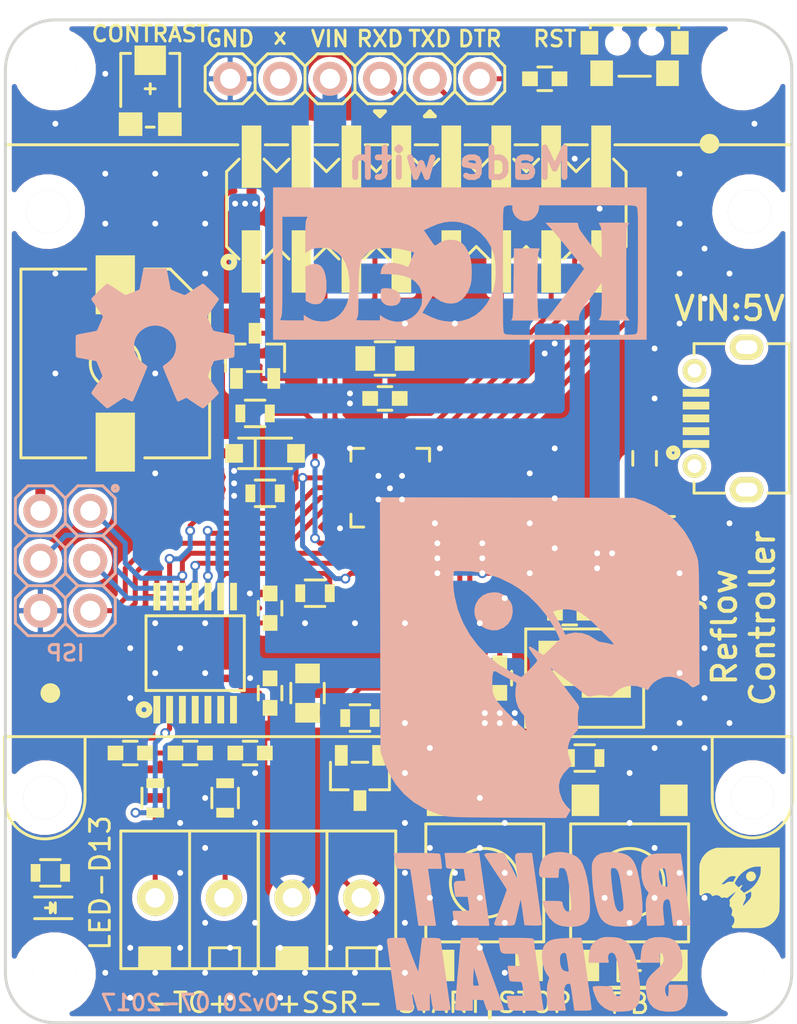
<source format=kicad_pcb>
(kicad_pcb (version 20170123) (host pcbnew no-vcs-found-90668f9~60~ubuntu16.04.1)
  (layers (0 F.Cu signal) (31 B.Cu signal) (34 B.Paste user) (35 F.Paste user) (36 B.SilkS user) (37 F.SilkS user) (38 B.Mask user) (39 F.Mask user) (44 Edge.Cuts user))
  (net 0 "")
  (net 1 "Net-(U3-Pad6)")
  (net 2 "Net-(U3-Pad7)")
  (net 3 "Net-(D1-Pad2)")
  (net 4 "Net-(J2-Pad2)")
  (net 5 "Net-(U4-Pad7)")
  (net 6 "Net-(U4-Pad8)")
  (net 7 "Net-(U4-Pad9)")
  (net 8 "Net-(U4-Pad10)")
  (net 9 "Net-(J3-Pad3)")
  (net 10 "Net-(R1-Pad2)")
  (net 11 "Net-(LS1-Pad2)")
  (net 12 "Net-(C2-Pad1)")
  (net 13 "Net-(C1-Pad1)")
  (net 14 "Net-(Q2-Pad1)")
  (net 15 "Net-(Q1-Pad1)")
  (net 16 "Net-(R5-Pad2)")
  (net 17 "Net-(C7-Pad1)")
  (net 18 "Net-(J5-Pad5)")
  (net 19 GND)
  (net 20 /TC-)
  (net 21 3V3)
  (net 22 /D12)
  (net 23 /D16)
  (net 24 /D15)
  (net 25 /RST)
  (net 26 /TC+)
  (net 27 VUSB)
  (net 28 /D14)
  (net 29 /D2)
  (net 30 /D13)
  (net 31 /D3)
  (net 32 /D4)
  (net 33 /D5)
  (net 34 /D6)
  (net 35 /D7)
  (net 36 /D8)
  (net 37 /D9)
  (net 38 /D10)
  (net 39 /D11)
  (net 40 /D0)
  (net 41 /D1)
  (net 42 VBUS)
  (net 43 "Net-(M6-Pad~)")
  (net 44 "Net-(M5-Pad~)")
  (net 45 5V0)
  (net 46 "Net-(J3-Pad1)")
  (net 47 "Net-(J3-Pad2)")
  (net 48 "Net-(J3-Pad4)")
  (net 49 "Net-(J3-Pad6)")
  (net 50 "Net-(J3-Pad7)")
  (net 51 "Net-(J3-Pad8)")
  (net 52 "Net-(J3-Pad9)")
  (module RocketScreamKicadLibrary:C_0805 (layer F.Cu) (at 183.528 75.108)
    (fp_text reference C12 hide)
    (fp_text value "10uF 10V X5R")
    (pad 2 smd rect (at 1 0) (size 1 1.25) (layers F.Cu F.Paste F.Mask) (net 19 GND))
    (pad 1 smd rect (at -1 0) (size 1 1.25) (layers F.Cu F.Paste F.Mask) (net 45 5V0))
  )
  (module RocketScreamKicadLibrary:I_0603 (layer F.Cu) (at 182.512 71.298 270)
    (fp_text reference L1 hide)
    (fp_text value BLM18KG221SN1D)
    (pad 2 smd rect (at 0.75 0 270) (size 0.8 0.75) (layers F.Cu F.Paste F.Mask) (net 45 5V0))
    (pad 1 smd rect (at -0.72 0 270) (size 0.8 0.75) (layers F.Cu F.Paste F.Mask) (net 46 "Net-(J3-Pad1)"))
  )
  (module RocketScreamKicadLibrary:MICRO-USB (layer F.Cu) (at 186.576 69.266 90)
    (fp_text reference J3 hide)
    (fp_text value MICRO-USB)
    (pad 1 smd rect (at -1.3 -1.45 90) (size 0.4 1.35) (layers F.Cu F.Paste F.SilkS F.Mask) (net 46 "Net-(J3-Pad1)"))
    (pad 2 smd rect (at -0.65 -1.45 90) (size 0.4 1.35) (layers F.Cu F.Paste F.SilkS F.Mask) (net 47 "Net-(J3-Pad2)"))
    (pad 3 smd rect (at 0 -1.45 90) (size 0.4 1.35) (layers F.Cu F.Paste F.SilkS F.Mask) (net 9 "Net-(J3-Pad3)"))
    (pad 4 smd rect (at 0.65 -1.45 90) (size 0.4 1.35) (layers F.Cu F.Paste F.SilkS F.Mask) (net 48 "Net-(J3-Pad4)"))
    (pad 5 smd rect (at 1.3 -1.45 90) (size 0.4 1.35) (layers F.Cu F.Paste F.SilkS F.Mask) (net 19 GND))
    (pad 6 thru_hole circle (at -2.425 -1.525 90) (size 1.2 1.2) (drill 0.7) (layers *.Cu *.Mask F.SilkS) (net 49 "Net-(J3-Pad6)"))
    (pad 7 thru_hole circle (at 2.425 -1.525 90) (size 1.2 1.2) (drill 0.7) (layers *.Cu *.Mask F.SilkS) (net 50 "Net-(J3-Pad7)"))
    (pad 8 thru_hole oval (at -3.625 1.125 90) (size 1.3 1.7) (drill oval 0.7 1.1) (layers *.Cu *.Mask F.SilkS) (net 51 "Net-(J3-Pad8)"))
    (pad 9 thru_hole oval (at 3.625 1.125 90) (size 1.3 1.7) (drill oval 0.7 1.1) (layers *.Cu *.Mask F.SilkS) (net 52 "Net-(J3-Pad9)"))
  )
  (module RocketScreamKicadLibrary:HDR_1x6_Pitch2.54mm (layer F.Cu) (at 167.78 51.994 180)
    (fp_text reference J5 hide)
    (fp_text value "2.54mm 1x6")
    (pad 1 thru_hole oval (at -6.35 0 180) (size 1.7272 1.7272) (drill 1.016) (layers *.Cu *.SilkS *.Mask) (net 17 "Net-(C7-Pad1)"))
    (pad 2 thru_hole oval (at -3.81 0 180) (size 1.7272 1.7272) (drill 1.016) (layers *.Cu *.SilkS *.Mask) (net 40 /D0))
    (pad 3 thru_hole oval (at -1.27 0 180) (size 1.7272 1.7272) (drill 1.016) (layers *.Cu *.SilkS *.Mask) (net 41 /D1))
    (pad 4 thru_hole oval (at 1.27 0 180) (size 1.7272 1.7272) (drill 1.016) (layers *.Cu *.SilkS *.Mask) (net 27 VUSB))
    (pad 5 thru_hole oval (at 3.81 0 180) (size 1.7272 1.7272) (drill 1.016) (layers *.Cu *.SilkS *.Mask) (net 18 "Net-(J5-Pad5)"))
    (pad 6 thru_hole oval (at 6.35 0 180) (size 1.7272 1.7272) (drill 1.016) (layers *.Cu *.SilkS *.Mask) (net 19 GND))
  )
  (module RocketScreamKicadLibrary:HDR_2x3_Pitch2.54mm (layer B.Cu) (at 153.048 76.505 270)
    (fp_text reference J4 hide)
    (fp_text value "2.54mm 2x3")
    (pad 1 thru_hole oval (at -2.54 -1.27 270) (size 1.7272 1.7272) (drill 1.016) (layers *.Cu *.Mask B.SilkS) (net 24 /D15))
    (pad 2 thru_hole oval (at -2.54 1.27 270) (size 1.7272 1.7272) (drill 1.016) (layers *.Cu *.Mask B.SilkS) (net 21 3V3))
    (pad 3 thru_hole oval (at 0 -1.27 270) (size 1.7272 1.7272) (drill 1.016) (layers *.Cu *.Mask B.SilkS) (net 22 /D12))
    (pad 4 thru_hole oval (at 0 1.27 270) (size 1.7272 1.7272) (drill 1.016) (layers *.Cu *.Mask B.SilkS) (net 23 /D16))
    (pad 5 thru_hole oval (at 2.54 -1.27 270) (size 1.7272 1.7272) (drill 1.016) (layers *.Cu *.Mask B.SilkS) (net 25 /RST))
    (pad 6 thru_hole oval (at 2.54 1.27 270) (size 1.7272 1.7272) (drill 1.016) (layers *.Cu *.Mask B.SilkS) (net 19 GND))
  )
  (module RocketScreamKicadLibrary:0802A-1-SMT (layer F.Cu) (at 170 73)
    (fp_text reference U4 hide)
    (fp_text value RT0802A)
    (pad 2 smd rect (at -7.48 -17.045) (size 1 3.17) (layers F.Cu F.Paste F.SilkS F.Mask) (net 21 3V3))
    (pad 1 smd rect (at -7.48 -11.715) (size 1 3.17) (layers F.Cu F.Paste F.SilkS F.Mask) (net 19 GND))
    (pad 3 smd rect (at -4.94 -11.715) (size 1 3.17) (layers F.Cu F.Paste F.SilkS F.Mask) (net 10 "Net-(R1-Pad2)"))
    (pad 4 smd rect (at -4.94 -17.045) (size 1 3.17) (layers F.Cu F.Paste F.SilkS F.Mask) (net 38 /D10))
    (pad 5 smd rect (at -2.4 -11.715) (size 1 3.17) (layers F.Cu F.Paste F.SilkS F.Mask) (net 19 GND))
    (pad 6 smd rect (at -2.4 -17.045) (size 1 3.17) (layers F.Cu F.Paste F.SilkS F.Mask) (net 37 /D9))
    (pad 7 smd rect (at 0.14 -11.715) (size 1 3.17) (layers F.Cu F.Paste F.SilkS F.Mask) (net 5 "Net-(U4-Pad7)"))
    (pad 8 smd rect (at 0.14 -17.045) (size 1 3.17) (layers F.Cu F.Paste F.SilkS F.Mask) (net 6 "Net-(U4-Pad8)"))
    (pad 9 smd rect (at 2.68 -11.715) (size 1 3.17) (layers F.Cu F.Paste F.SilkS F.Mask) (net 7 "Net-(U4-Pad9)"))
    (pad 10 smd rect (at 2.68 -17.045) (size 1 3.17) (layers F.Cu F.Paste F.SilkS F.Mask) (net 8 "Net-(U4-Pad10)"))
    (pad 11 smd rect (at 5.22 -11.715) (size 1 3.17) (layers F.Cu F.Paste F.SilkS F.Mask) (net 36 /D8))
    (pad 12 smd rect (at 5.22 -17.045) (size 1 3.17) (layers F.Cu F.Paste F.SilkS F.Mask) (net 35 /D7))
    (pad 13 smd rect (at 7.76 -11.715) (size 1 3.17) (layers F.Cu F.Paste F.SilkS F.Mask) (net 34 /D6))
    (pad 14 smd rect (at 7.76 -17.045) (size 1 3.17) (layers F.Cu F.Paste F.SilkS F.Mask) (net 33 /D5))
    (pad 15 smd rect (at 10.3 -11.715) (size 1 3.17) (layers F.Cu F.Paste F.SilkS F.Mask) (net 21 3V3))
    (pad 16 smd rect (at 10.3 -17.045) (size 1 3.17) (layers F.Cu F.Paste F.SilkS F.Mask) (net 19 GND))
    (pad "" np_thru_hole circle (at -17.85 -14.25) (size 2.2 2.2) (drill 2.2) (layers *.Cu *.SilkS *.Mask) (clearance 0.8))
    (pad "" np_thru_hole circle (at 17.85 -14.25) (size 2.2 2.2) (drill 2.2) (layers *.Cu *.SilkS *.Mask) (clearance 0.8))
    (pad "" np_thru_hole circle (at -18 15.55) (size 2.2 2.2) (drill 2.2) (layers *.Cu *.SilkS *.Mask) (clearance 0.8))
    (pad "" np_thru_hole circle (at 18 15.55) (size 2.2 2.2) (drill 2.2) (layers *.Cu *.SilkS *.Mask) (clearance 0.8))
  )
  (module RocketScreamKicadLibrary:TB-1776275-2 (layer F.Cu) (at 166.355 93.65 180)
    (fp_text reference J2 hide)
    (fp_text value TERMINAL-BLOCK-1x2)
    (pad 1 thru_hole circle (at 1.75 0 180) (size 1.848 1.848) (drill 1) (layers *.Cu *.Mask F.SilkS) (net 21 3V3))
    (pad 2 thru_hole circle (at -1.75 0 180) (size 1.848 1.848) (drill 1) (layers *.Cu *.Mask F.SilkS) (net 4 "Net-(J2-Pad2)"))
  )
  (module RocketScreamKicadLibrary:TB-1776275-2 (layer F.Cu) (at 159.37 93.65 180)
    (fp_text reference J1 hide)
    (fp_text value TERMINAL-BLOCK-1x2)
    (pad 1 thru_hole circle (at 1.75 0 180) (size 1.848 1.848) (drill 1) (layers *.Cu *.Mask F.SilkS) (net 20 /TC-))
    (pad 2 thru_hole circle (at -1.75 0 180) (size 1.848 1.848) (drill 1) (layers *.Cu *.Mask F.SilkS) (net 26 /TC+))
  )
  (module RocketScreamKicadLibrary:TS-018 (layer F.Cu) (at 182.004 49.962)
    (fp_text reference SW3 hide)
    (fp_text value TS-018)
    (pad "" np_thru_hole circle (at 0.85 0.2) (size 0.8 0.8) (drill 0.8) (layers *.Cu *.Mask))
    (pad "" np_thru_hole circle (at -0.85 0.2) (size 0.8 0.8) (drill 0.8) (layers *.Cu *.Mask))
    (pad 4 smd rect (at -2.3 0.2) (size 0.9 1.2) (layers F.Cu F.Paste F.SilkS F.Mask))
    (pad 3 smd rect (at 2.3 0.2) (size 0.9 1.2) (layers F.Cu F.Paste F.SilkS F.Mask))
    (pad 2 smd rect (at 1.675 1.75) (size 1.15 1.3) (layers F.Cu F.Paste F.SilkS F.Mask) (net 19 GND))
    (pad 1 smd rect (at -1.675 1.75) (size 1.15 1.3) (layers F.Cu F.Paste F.SilkS F.Mask) (net 25 /RST))
  )
  (module RocketScreamKicadLibrary:TC33X-x (layer F.Cu) (at 157.366 52.502)
    (fp_text reference R1 hide)
    (fp_text value 35WR10KLFTR)
    (pad 1 smd rect (at -1 1.8) (size 1.2 1.2) (layers F.Cu F.Paste F.SilkS F.Mask) (net 21 3V3))
    (pad 2 smd rect (at 0 -1.45) (size 1.6 1.5) (layers F.Cu F.Paste F.SilkS F.Mask) (net 10 "Net-(R1-Pad2)"))
    (pad 3 smd rect (at 1 1.8) (size 1.2 1.2) (layers F.Cu F.Paste F.SilkS F.Mask) (net 19 GND))
  )
  (module RocketScreamKicadLibrary:SOD-123 (layer F.Cu) (at 163.208 71.044)
    (fp_text reference D3 hide)
    (fp_text value 1N4148WS)
    (pad 1 smd rect (at -1.575 0) (size 0.9 0.95) (layers F.Cu F.Paste F.SilkS F.Mask) (net 21 3V3))
    (pad 2 smd rect (at 1.575 0) (size 0.9 0.95) (layers F.Cu F.Paste F.SilkS F.Mask) (net 25 /RST))
  )
  (module RocketScreamKicadLibrary:SOT-1016 (layer F.Cu) (at 181.496 77.902 180)
    (fp_text reference D2 hide)
    (fp_text value PMEG3020CPA)
    (pad 1 smd rect (at -0.65 0.8 180) (size 0.4 0.5) (layers F.Cu F.Paste F.Mask) (net 45 5V0))
    (pad 2 smd rect (at 0.65 0.8 180) (size 0.4 0.5) (layers F.Cu F.Paste F.Mask) (net 27 VUSB))
    (pad 3 smd rect (at 0 -0.25 180) (size 1.6 1.1) (layers F.Cu F.Paste F.Mask) (net 42 VBUS))
    (pad 3 smd rect (at 0 -0.925 180) (size 0.4 0.25) (layers F.Cu F.Paste F.Mask) (net 42 VBUS))
  )
  (module RocketScreamKicadLibrary:SOT-89 (layer F.Cu) (at 179.464 82.474 270)
    (fp_text reference U2 hide)
    (fp_text value MCP1700T-3302E/MB)
    (pad 1 smd rect (at -1.5 1.75 270) (size 0.8 1.2) (layers F.Cu F.Paste F.SilkS F.Mask) (net 19 GND))
    (pad 2 smd rect (at 0 1.1 270) (size 0.8 2.2) (drill (offset 0 0.15)) (layers F.Cu F.Paste F.SilkS F.Mask) (net 42 VBUS))
    (pad 3 smd rect (at 1.5 1.75 270) (size 0.8 1.2) (layers F.Cu F.Paste F.SilkS F.Mask) (net 21 3V3))
    (pad 2 smd rect (at 0 0 270) (size 2 2.5) (drill (offset 0 -1.1)) (layers F.Cu F.Paste F.SilkS F.Mask) (net 42 VBUS))
  )
  (module RocketScreamKicadLibrary:IT-1102W (layer F.Cu) (at 181.75 92.888 90)
    (fp_text reference SW2 hide)
    (fp_text value IT-1109S)
    (pad 1 smd rect (at -4.2 -2.25 90) (size 1.6 1.4) (layers F.Cu F.Paste F.SilkS F.Mask) (net 16 "Net-(R5-Pad2)"))
    (pad 2 smd rect (at 4.2 -2.25 90) (size 1.6 1.4) (layers F.Cu F.Paste F.SilkS F.Mask) (net 16 "Net-(R5-Pad2)"))
    (pad 3 smd rect (at -4.2 2.25 90) (size 1.6 1.4) (layers F.Cu F.Paste F.SilkS F.Mask) (net 19 GND))
    (pad 4 smd rect (at 4.2 2.25 90) (size 1.6 1.4) (layers F.Cu F.Paste F.SilkS F.Mask) (net 19 GND))
  )
  (module RocketScreamKicadLibrary:IT-1102W (layer F.Cu) (at 174.384 92.888 90)
    (fp_text reference SW1 hide)
    (fp_text value IT-1109S)
    (pad 1 smd rect (at -4.2 -2.25 90) (size 1.6 1.4) (layers F.Cu F.Paste F.SilkS F.Mask) (net 19 GND))
    (pad 2 smd rect (at 4.2 -2.25 90) (size 1.6 1.4) (layers F.Cu F.Paste F.SilkS F.Mask) (net 19 GND))
    (pad 3 smd rect (at -4.2 2.25 90) (size 1.6 1.4) (layers F.Cu F.Paste F.SilkS F.Mask) (net 32 /D4))
    (pad 4 smd rect (at 4.2 2.25 90) (size 1.6 1.4) (layers F.Cu F.Paste F.SilkS F.Mask) (net 32 /D4))
  )
  (module RocketScreamKicadLibrary:SOT-23 (layer F.Cu) (at 162.7 66.084)
    (fp_text reference Q1 hide)
    (fp_text value 2N3904)
    (pad 3 smd rect (at 0 -1.15) (size 0.65 1.05) (layers F.Cu F.Paste F.SilkS F.Mask) (net 11 "Net-(LS1-Pad2)"))
    (pad 2 smd rect (at 0.95 1.15) (size 0.65 1.05) (layers F.Cu F.Paste F.SilkS F.Mask) (net 19 GND))
    (pad 1 smd rect (at -0.95 1.15) (size 0.65 1.05) (layers F.Cu F.Paste F.SilkS F.Mask) (net 15 "Net-(Q1-Pad1)"))
  )
  (module RocketScreamKicadLibrary:SOT-23 (layer F.Cu) (at 168.034 87.554 180)
    (fp_text reference Q2 hide)
    (fp_text value 2N3904)
    (pad 3 smd rect (at 0 -1.15 180) (size 0.65 1.05) (layers F.Cu F.Paste F.SilkS F.Mask) (net 4 "Net-(J2-Pad2)"))
    (pad 2 smd rect (at 0.95 1.15 180) (size 0.65 1.05) (layers F.Cu F.Paste F.SilkS F.Mask) (net 19 GND))
    (pad 1 smd rect (at -0.95 1.15 180) (size 0.65 1.05) (layers F.Cu F.Paste F.SilkS F.Mask) (net 14 "Net-(Q2-Pad1)"))
  )
  (module RocketScreamKicadLibrary:HYG9605B (layer F.Cu) (at 155.588 66.472 180)
    (fp_text reference LS1 hide)
    (fp_text value HYG9605B)
    (pad 1 smd rect (at 0 -4 180) (size 2 3) (layers F.Cu F.Paste F.SilkS F.Mask) (net 21 3V3))
    (pad 2 smd rect (at 0 4 180) (size 2 3) (layers F.Cu F.Paste F.SilkS F.Mask) (net 11 "Net-(LS1-Pad2)"))
  )
  (module RocketScreamKicadLibrary:QFN-20_4x4mm (layer F.Cu) (at 169.574 72.79 180)
    (fp_text reference U1 hide)
    (fp_text value ATTINY1634R-MU)
    (pad 20 smd roundrect (at -1 -2 270) (size 0.9 0.3) (layers F.Cu F.Paste F.Mask) (roundrect_rratio 0.5) (net 41 /D1))
    (pad 19 smd roundrect (at -0.5 -2 270) (size 0.9 0.3) (layers F.Cu F.Paste F.Mask) (roundrect_rratio 0.5) (net 40 /D0))
    (pad 18 smd roundrect (at 0 -2 270) (size 0.9 0.3) (layers F.Cu F.Paste F.Mask) (roundrect_rratio 0.5) (net 23 /D16))
    (pad 17 smd roundrect (at 0.5 -2 270) (size 0.9 0.3) (layers F.Cu F.Paste F.Mask) (roundrect_rratio 0.5) (net 24 /D15))
    (pad 16 smd roundrect (at 1 -2 270) (size 0.9 0.3) (layers F.Cu F.Paste F.Mask) (roundrect_rratio 0.5) (net 28 /D14))
    (pad 15 smd roundrect (at 2 -1) (size 0.9 0.3) (layers F.Cu F.Paste F.Mask) (roundrect_rratio 0.5) (net 30 /D13))
    (pad 14 smd roundrect (at 2 -0.5) (size 0.9 0.3) (layers F.Cu F.Paste F.Mask) (roundrect_rratio 0.5) (net 22 /D12))
    (pad 13 smd roundrect (at 2 0 180) (size 0.9 0.3) (layers F.Cu F.Paste F.Mask) (roundrect_rratio 0.5) (net 39 /D11))
    (pad 12 smd roundrect (at 2 0.5 180) (size 0.9 0.3) (layers F.Cu F.Paste F.Mask) (roundrect_rratio 0.5) (net 25 /RST))
    (pad 11 smd roundrect (at 2 1 180) (size 0.9 0.3) (layers F.Cu F.Paste F.Mask) (roundrect_rratio 0.5) (net 38 /D10))
    (pad 10 smd roundrect (at 1 2 270) (size 0.9 0.3) (layers F.Cu F.Paste F.Mask) (roundrect_rratio 0.5) (net 37 /D9))
    (pad 9 smd roundrect (at 0.5 2 270) (size 0.9 0.3) (layers F.Cu F.Paste F.Mask) (roundrect_rratio 0.5) (net 21 3V3))
    (pad 8 smd roundrect (at 0 2 270) (size 0.9 0.3) (layers F.Cu F.Paste F.Mask) (roundrect_rratio 0.5) (net 19 GND))
    (pad 7 smd roundrect (at -0.5 2 270) (size 0.9 0.3) (layers F.Cu F.Paste F.Mask) (roundrect_rratio 0.5) (net 36 /D8))
    (pad 6 smd roundrect (at -1 2 270) (size 0.9 0.3) (layers F.Cu F.Paste F.Mask) (roundrect_rratio 0.5) (net 35 /D7))
    (pad 5 smd roundrect (at -2 1 180) (size 0.9 0.3) (layers F.Cu F.Paste F.Mask) (roundrect_rratio 0.5) (net 34 /D6))
    (pad 4 smd roundrect (at -2 0.5 180) (size 0.9 0.3) (layers F.Cu F.Paste F.Mask) (roundrect_rratio 0.5) (net 33 /D5))
    (pad 3 smd roundrect (at -2 0 180) (size 0.9 0.3) (layers F.Cu F.Paste F.Mask) (roundrect_rratio 0.5) (net 32 /D4))
    (pad 2 smd roundrect (at -2 -0.5 180) (size 0.9 0.3) (layers F.Cu F.Paste F.Mask) (roundrect_rratio 0.5) (net 31 /D3))
    (pad 1 smd roundrect (at -2 -1 180) (size 0.9 0.3) (layers F.Cu F.Paste F.Mask) (roundrect_rratio 0.5) (net 29 /D2))
    (pad 21 smd rect (at -0.6 0.6 180) (size 1.2 1.2) (layers F.Cu F.Paste F.Mask) (net 19 GND))
    (pad 21 smd rect (at -0.6 -0.6 180) (size 1.2 1.2) (layers F.Cu F.Paste F.Mask) (net 19 GND))
    (pad 21 smd rect (at 0.6 -0.6 180) (size 1.2 1.2) (layers F.Cu F.Paste F.Mask) (net 19 GND))
    (pad 21 smd rect (at 0.6 0.6 180) (size 1.2 1.2) (layers F.Cu F.Paste F.Mask) (net 19 GND))
  )
  (module RocketScreamKicadLibrary:TSSOP-14 (layer F.Cu) (at 159.652 81.204 90)
    (fp_text reference U3 hide)
    (fp_text value MAX31856)
    (pad 1 smd rect (at -2.875 -1.95 90) (size 1.4 0.35) (layers F.Cu F.Paste F.SilkS F.Mask) (net 19 GND))
    (pad 2 smd rect (at -2.875 -1.3 90) (size 1.4 0.35) (layers F.Cu F.Paste F.SilkS F.Mask) (net 20 /TC-))
    (pad 3 smd rect (at -2.875 -0.65 90) (size 1.4 0.35) (layers F.Cu F.Paste F.SilkS F.Mask) (net 13 "Net-(C1-Pad1)"))
    (pad 4 smd rect (at -2.875 0 90) (size 1.4 0.35) (layers F.Cu F.Paste F.SilkS F.Mask) (net 12 "Net-(C2-Pad1)"))
    (pad 5 smd rect (at -2.875 0.65 90) (size 1.4 0.35) (layers F.Cu F.Paste F.SilkS F.Mask) (net 21 3V3))
    (pad 6 smd rect (at -2.875 1.3 90) (size 1.4 0.35) (layers F.Cu F.Paste F.SilkS F.Mask) (net 1 "Net-(U3-Pad6)"))
    (pad 7 smd rect (at -2.875 1.95 90) (size 1.4 0.35) (layers F.Cu F.Paste F.SilkS F.Mask) (net 2 "Net-(U3-Pad7)"))
    (pad 8 smd rect (at 2.875 1.95 90) (size 1.4 0.35) (layers F.Cu F.Paste F.SilkS F.Mask) (net 21 3V3))
    (pad 9 smd rect (at 2.875 1.3 90) (size 1.4 0.35) (layers F.Cu F.Paste F.SilkS F.Mask) (net 29 /D2))
    (pad 10 smd rect (at 2.875 0.65 90) (size 1.4 0.35) (layers F.Cu F.Paste F.SilkS F.Mask) (net 22 /D12))
    (pad 11 smd rect (at 2.875 0 90) (size 1.4 0.35) (layers F.Cu F.Paste F.SilkS F.Mask) (net 23 /D16))
    (pad 12 smd rect (at 2.875 -0.65 90) (size 1.4 0.35) (layers F.Cu F.Paste F.SilkS F.Mask) (net 24 /D15))
    (pad 13 smd rect (at 2.875 -1.3 90) (size 1.4 0.35) (layers F.Cu F.Paste F.SilkS F.Mask) (net 39 /D11))
    (pad 14 smd rect (at 2.875 -1.95 90) (size 1.4 0.35) (layers F.Cu F.Paste F.SilkS F.Mask) (net 19 GND))
  )
  (module RocketScreamKicadLibrary:R_0603 (layer F.Cu) (at 163.208 73.076 180)
    (fp_text reference R9 hide)
    (fp_text value 10K)
    (pad 2 smd rect (at 0.75 0 180) (size 0.5 0.9) (layers F.Cu F.Paste F.SilkS F.Mask) (net 21 3V3))
    (pad 1 smd rect (at -0.75 0 180) (size 0.5 0.9) (layers F.Cu F.Paste F.SilkS F.Mask) (net 25 /RST))
  )
  (module RocketScreamKicadLibrary:R_0603 (layer F.Cu) (at 162.7 69.012 180)
    (fp_text reference R7 hide)
    (fp_text value 27K)
    (pad 2 smd rect (at 0.75 0 180) (size 0.5 0.9) (layers F.Cu F.Paste F.SilkS F.Mask) (net 15 "Net-(Q1-Pad1)"))
    (pad 1 smd rect (at -0.75 0 180) (size 0.5 0.9) (layers F.Cu F.Paste F.SilkS F.Mask) (net 28 /D14))
  )
  (module RocketScreamKicadLibrary:R_0603 (layer F.Cu) (at 179.464 86.538)
    (fp_text reference R5 hide)
    (fp_text value 10K)
    (pad 2 smd rect (at 0.75 0) (size 0.5 0.9) (layers F.Cu F.Paste F.SilkS F.Mask) (net 16 "Net-(R5-Pad2)"))
    (pad 1 smd rect (at -0.75 0) (size 0.5 0.9) (layers F.Cu F.Paste F.SilkS F.Mask) (net 32 /D4))
  )
  (module RocketScreamKicadLibrary:R_0603 (layer F.Cu) (at 176.67 86.538)
    (fp_text reference R4 hide)
    (fp_text value 10K)
    (pad 2 smd rect (at 0.75 0) (size 0.5 0.9) (layers F.Cu F.Paste F.SilkS F.Mask) (net 32 /D4))
    (pad 1 smd rect (at -0.75 0) (size 0.5 0.9) (layers F.Cu F.Paste F.SilkS F.Mask) (net 21 3V3))
  )
  (module RocketScreamKicadLibrary:R_0603 (layer F.Cu) (at 168.034 84.506)
    (fp_text reference R8 hide)
    (fp_text value 53K6)
    (pad 2 smd rect (at 0.75 0) (size 0.5 0.9) (layers F.Cu F.Paste F.SilkS F.Mask) (net 14 "Net-(Q2-Pad1)"))
    (pad 1 smd rect (at -0.75 0) (size 0.5 0.9) (layers F.Cu F.Paste F.SilkS F.Mask) (net 31 /D3))
  )
  (module RocketScreamKicadLibrary:R_0603 (layer F.Cu) (at 161.176 88.57 90)
    (fp_text reference R3 hide)
    (fp_text value 100R)
    (pad 2 smd rect (at 0.75 0 90) (size 0.5 0.9) (layers F.Cu F.Paste F.SilkS F.Mask) (net 12 "Net-(C2-Pad1)"))
    (pad 1 smd rect (at -0.75 0 90) (size 0.5 0.9) (layers F.Cu F.Paste F.SilkS F.Mask) (net 26 /TC+))
  )
  (module RocketScreamKicadLibrary:R_0603 (layer F.Cu) (at 157.62 88.57 90)
    (fp_text reference R2 hide)
    (fp_text value 100R)
    (pad 2 smd rect (at 0.75 0 90) (size 0.5 0.9) (layers F.Cu F.Paste F.SilkS F.Mask) (net 13 "Net-(C1-Pad1)"))
    (pad 1 smd rect (at -0.75 0 90) (size 0.5 0.9) (layers F.Cu F.Paste F.SilkS F.Mask) (net 20 /TC-))
  )
  (module RocketScreamKicadLibrary:R_0603 (layer F.Cu) (at 152.286 92.38)
    (fp_text reference R6 hide)
    (fp_text value 2K2)
    (pad 2 smd rect (at 0.75 0) (size 0.5 0.9) (layers F.Cu F.Paste F.SilkS F.Mask) (net 30 /D13))
    (pad 1 smd rect (at -0.75 0) (size 0.5 0.9) (layers F.Cu F.Paste F.SilkS F.Mask) (net 3 "Net-(D1-Pad2)"))
  )
  (module RocketScreamKicadLibrary:R_0603 (layer F.Cu) (at 165.748 78.156)
    (fp_text reference R10 hide)
    (fp_text value 10K)
    (pad 2 smd rect (at 0.75 0) (size 0.5 0.9) (layers F.Cu F.Paste F.SilkS F.Mask) (net 29 /D2))
    (pad 1 smd rect (at -0.75 0) (size 0.5 0.9) (layers F.Cu F.Paste F.SilkS F.Mask) (net 21 3V3))
  )
  (module RocketScreamKicadLibrary:C_0805 (layer F.Cu) (at 169.304 66.218)
    (fp_text reference C11 hide)
    (fp_text value "10uF 10V X5R")
    (pad 2 smd rect (at 1 0) (size 1 1.25) (layers F.Cu F.Paste F.SilkS F.Mask) (net 19 GND))
    (pad 1 smd rect (at -1 0) (size 1 1.25) (layers F.Cu F.Paste F.SilkS F.Mask) (net 21 3V3))
  )
  (module RocketScreamKicadLibrary:C_0805 (layer F.Cu) (at 165.367 83.236 90)
    (fp_text reference C10 hide)
    (fp_text value "10uF 10V X5R")
    (pad 2 smd rect (at 1 0 90) (size 1 1.25) (layers F.Cu F.Paste F.SilkS F.Mask) (net 21 3V3))
    (pad 1 smd rect (at -1 0 90) (size 1 1.25) (layers F.Cu F.Paste F.SilkS F.Mask) (net 19 GND))
  )
  (module RocketScreamKicadLibrary:C_0603 (layer F.Cu) (at 175.146 82.474 90)
    (fp_text reference C5 hide)
    (fp_text value "1uF 16V X7R")
    (pad 2 smd rect (at 0.75 0 90) (size 0.8 0.75) (layers F.Cu F.Paste F.SilkS F.Mask) (net 19 GND))
    (pad 1 smd rect (at -0.75 0 90) (size 0.8 0.75) (layers F.Cu F.Paste F.SilkS F.Mask) (net 21 3V3))
  )
  (module RocketScreamKicadLibrary:C_0603 (layer F.Cu) (at 169.304 68.25)
    (fp_text reference C6 hide)
    (fp_text value 100nF)
    (pad 2 smd rect (at 0.75 0) (size 0.8 0.75) (layers F.Cu F.Paste F.SilkS F.Mask) (net 19 GND))
    (pad 1 smd rect (at -0.75 0) (size 0.8 0.75) (layers F.Cu F.Paste F.SilkS F.Mask) (net 21 3V3))
  )
  (module RocketScreamKicadLibrary:C_0603 (layer F.Cu) (at 163.462 78.918 270)
    (fp_text reference C8 hide)
    (fp_text value 100nF)
    (pad 2 smd rect (at 0.75 0 270) (size 0.8 0.75) (layers F.Cu F.Paste F.SilkS F.Mask) (net 19 GND))
    (pad 1 smd rect (at -0.75 0 270) (size 0.8 0.75) (layers F.Cu F.Paste F.SilkS F.Mask) (net 21 3V3))
  )
  (module RocketScreamKicadLibrary:C_0603 (layer F.Cu) (at 163.462 83.236 270)
    (fp_text reference C9 hide)
    (fp_text value 100nF)
    (pad 2 smd rect (at 0.75 0 270) (size 0.8 0.75) (layers F.Cu F.Paste F.SilkS F.Mask) (net 19 GND))
    (pad 1 smd rect (at -0.75 0 270) (size 0.8 0.75) (layers F.Cu F.Paste F.SilkS F.Mask) (net 21 3V3))
  )
  (module RocketScreamKicadLibrary:C_0603 (layer F.Cu) (at 159.398 86.284)
    (fp_text reference C3 hide)
    (fp_text value 100nF)
    (pad 2 smd rect (at 0.75 0) (size 0.8 0.75) (layers F.Cu F.Paste F.SilkS F.Mask) (net 12 "Net-(C2-Pad1)"))
    (pad 1 smd rect (at -0.75 0) (size 0.8 0.75) (layers F.Cu F.Paste F.SilkS F.Mask) (net 13 "Net-(C1-Pad1)"))
  )
  (module RocketScreamKicadLibrary:C_0603 (layer F.Cu) (at 162.446 86.284)
    (fp_text reference C2 hide)
    (fp_text value 10nF)
    (pad 2 smd rect (at 0.75 0) (size 0.8 0.75) (layers F.Cu F.Paste F.SilkS F.Mask) (net 19 GND))
    (pad 1 smd rect (at -0.75 0) (size 0.8 0.75) (layers F.Cu F.Paste F.SilkS F.Mask) (net 12 "Net-(C2-Pad1)"))
  )
  (module RocketScreamKicadLibrary:C_0603 (layer F.Cu) (at 156.35 86.284 180)
    (fp_text reference C1 hide)
    (fp_text value 10nF)
    (pad 2 smd rect (at 0.75 0 180) (size 0.8 0.75) (layers F.Cu F.Paste F.SilkS F.Mask) (net 19 GND))
    (pad 1 smd rect (at -0.75 0 180) (size 0.8 0.75) (layers F.Cu F.Paste F.SilkS F.Mask) (net 13 "Net-(C1-Pad1)"))
  )
  (module RocketScreamKicadLibrary:C_0603 (layer F.Cu) (at 178.702 79.172 180)
    (fp_text reference C4 hide)
    (fp_text value "1uF 16V X7R")
    (pad 2 smd rect (at 0.75 0 180) (size 0.8 0.75) (layers F.Cu F.Paste F.SilkS F.Mask) (net 19 GND))
    (pad 1 smd rect (at -0.75 0 180) (size 0.8 0.75) (layers F.Cu F.Paste F.SilkS F.Mask) (net 42 VBUS))
  )
  (module RocketScreamKicadLibrary:LOGO-KICAD (layer B.Cu) (at 173.114 61.392 180)
    (fp_text reference LOGO2 hide)
    (fp_text value LOGO-KICAD hide)
  )
  (module RocketScreamKicadLibrary:LOGO-OSHW_Small (layer B.Cu) (at 157.62 65.202 180)
    (fp_text reference LOGO4 hide)
    (fp_text value LOGO-OSHW hide)
  )
  (module RocketScreamKicadLibrary:LOGO-ROCKET-SCREAM_Vertical_Medium (layer B.Cu) (at 177.178 86.792 180)
    (fp_text reference LOGO3 hide)
    (fp_text value LOGO-ROCKET-SCREAM hide)
  )
  (module RocketScreamKicadLibrary:FIDUCIAL-1MM (layer F.Cu) (at 185.814 55.296)
    (fp_text reference M5 hide)
    (fp_text value FIDUCIAL)
    (pad ~ smd circle (at 0 0) (size 1 1) (layers F.Cu F.SilkS F.Mask) (net 44 "Net-(M5-Pad~)") (clearance 1))
  )
  (module RocketScreamKicadLibrary:FIDUCIAL-1MM (layer F.Cu) (at 152.286 83.236)
    (fp_text reference M6 hide)
    (fp_text value FIDUCIAL)
    (pad ~ smd circle (at 0 0) (size 1 1) (layers F.Cu F.SilkS F.Mask) (net 43 "Net-(M6-Pad~)") (clearance 1))
  )
  (module RocketScreamKicadLibrary:C_0603 (layer F.Cu) (at 177.432 51.994)
    (fp_text reference C7 hide)
    (fp_text value 100nF)
    (pad 2 smd rect (at 0.75 0) (size 0.8 0.75) (layers F.Cu F.Paste F.SilkS F.Mask) (net 25 /RST))
    (pad 1 smd rect (at -0.75 0) (size 0.8 0.75) (layers F.Cu F.Paste F.SilkS F.Mask) (net 17 "Net-(C7-Pad1)"))
  )
  (module RocketScreamKicadLibrary:LOGO-ROCKET-SCREAM_Without_Text_XXXSmall (layer F.Cu) (at 187.338 93.142)
    (fp_text reference LOGO1 hide)
    (fp_text value LOGO-ROCKET-SCREAM hide)
  )
  (module RocketScreamKicadLibrary:LED_0603 (layer F.Cu) (at 152.286 94.158 180)
    (fp_text reference D1 hide)
    (fp_text value Red)
    (pad 1 smd rect (at -0.7493 0) (size 0.79756 0.79756) (layers F.Cu F.Paste F.Mask) (net 19 GND))
    (pad 2 smd rect (at 0.7493 0) (size 0.79756 0.79756) (layers F.Cu F.Paste F.Mask) (net 3 "Net-(D1-Pad2)"))
  )
  (module RocketScreamKicadLibrary:HOLE_NPTH_2.2MM (layer F.Cu) (at 187.5 97.5)
    (fp_text reference M4 hide)
    (fp_text value MOUNT_HOLE)
    (pad "" np_thru_hole circle (at 0 0) (size 2.2 2.2) (drill 2.2) (layers *.Cu *.Mask F.SilkS) (clearance 1))
  )
  (module RocketScreamKicadLibrary:HOLE_NPTH_2.2MM (layer F.Cu) (at 152.5 97.5)
    (fp_text reference M3 hide)
    (fp_text value MOUNT_HOLE)
    (pad "" np_thru_hole circle (at 0 0) (size 2.2 2.2) (drill 2.2) (layers *.Cu *.Mask F.SilkS) (clearance 1))
  )
  (module RocketScreamKicadLibrary:HOLE_NPTH_2.2MM (layer F.Cu) (at 187.5 51.5)
    (fp_text reference M2 hide)
    (fp_text value MOUNT_HOLE)
    (pad "" np_thru_hole circle (at 0 0) (size 2.2 2.2) (drill 2.2) (layers *.Cu *.Mask F.SilkS) (clearance 1))
  )
  (module RocketScreamKicadLibrary:HOLE_NPTH_2.2MM (layer F.Cu) (at 152.5 51.5)
    (fp_text reference M1 hide)
    (fp_text value MOUNT_HOLE)
    (pad "" np_thru_hole circle (at 0 0) (size 2.2 2.2) (drill 2.2) (layers *.Cu *.Mask F.SilkS) (clearance 1))
  )
  (gr_text "0v20 07-2017" (at 159.398 98.984) (layer B.SilkS) (effects (font (size 0.8 0.8)) (justify mirror)))
  (gr_text "Made with" (at 173.114 56.312) (layer B.SilkS) (effects (font (size 1.5 1.5) (thickness 0.3)) (justify mirror)))
  (gr_text RST (at 177.94 49.962) (layer F.SilkS) (effects (font (size 0.8 0.8))))
  (gr_circle (center 155.588 72.822) (end 155.461 72.822) (layer B.SilkS) (width 0.2))
  (gr_line (start 174.638 99.746) (end 174.638 98.222) (layer F.SilkS) (width 0.2))
  (gr_text CONTRAST (at 157.366 49.708) (layer F.SilkS) (effects (font (size 0.8 0.8))))
  (gr_line (start 171.59 53.645) (end 171.844 53.899) (layer F.SilkS) (width 0.2))
  (gr_line (start 171.844 53.899) (end 171.336 53.899) (layer F.SilkS) (width 0.2))
  (gr_line (start 171.336 53.899) (end 171.59 53.645) (layer F.SilkS) (width 0.2))
  (gr_line (start 171.59 53.899) (end 171.59 53.645) (layer F.SilkS) (width 0.2))
  (gr_line (start 169.05 53.899) (end 168.796 53.645) (layer F.SilkS) (width 0.2))
  (gr_line (start 169.05 53.645) (end 169.05 53.899) (layer F.SilkS) (width 0.2))
  (gr_line (start 169.304 53.645) (end 169.05 53.899) (layer F.SilkS) (width 0.2))
  (gr_line (start 168.796 53.645) (end 169.304 53.645) (layer F.SilkS) (width 0.2))
  (gr_text x (at 163.97 49.835) (layer F.SilkS) (effects (font (size 0.8 0.8))))
  (gr_text ISP (at 153.048 81.204) (layer B.SilkS) (effects (font (size 0.8 0.8)) (justify mirror)))
  (gr_text LED-D13 (at 154.826 92.888 90) (layer F.SilkS) (effects (font (size 1 1))))
  (gr_text VIN:5V (at 186.83 63.678) (layer F.SilkS) (effects (font (size 1.2 1.2) (thickness 0.2))))
  (gr_text "Tiny \nReflow \nController" (at 186.576 79.426 90) (layer F.SilkS) (effects (font (size 1.2 1.2) (thickness 0.2))))
  (gr_text VIN (at 166.51 49.962) (layer F.SilkS) (effects (font (size 0.8 0.8))))
  (gr_text +SSR- (at 166.51 98.984) (layer F.SilkS) (effects (font (size 1 1))))
  (gr_line (start 180.734 98.222) (end 182.766 98.222) (layer F.SilkS) (width 0.2))
  (gr_text "LF\nPB" (at 181.75 98.222) (layer F.SilkS) (effects (font (size 1 1))))
  (gr_text "START STOP" (at 174.384 98.984) (layer F.SilkS) (effects (font (size 1 1))))
  (gr_text RXD (at 169.05 49.962) (layer F.SilkS) (effects (font (size 0.8 0.8))))
  (gr_arc (start 187.46 51.54) (end 190 51.54) (angle -90) (layer Edge.Cuts) (width 0.15))
  (gr_text TXD (at 171.59 49.962) (layer F.SilkS) (effects (font (size 0.8 0.8))))
  (gr_text GND (at 161.43 49.962) (layer F.SilkS) (effects (font (size 0.8 0.8))))
  (gr_line (start 152.54 49) (end 187.46 49) (layer Edge.Cuts) (width 0.15))
  (gr_arc (start 152.54 51.54) (end 152.54 49) (angle -90) (layer Edge.Cuts) (width 0.15))
  (gr_text -TC+ (at 159.398 98.984) (layer F.SilkS) (effects (font (size 1 1))))
  (gr_text DTR (at 174.13 49.962) (layer F.SilkS) (effects (font (size 0.8 0.8))))
  (gr_arc (start 187.46 97.46) (end 187.46 100) (angle -90) (layer Edge.Cuts) (width 0.15))
  (gr_line (start 190 51.54) (end 190 97.46) (layer Edge.Cuts) (width 0.15))
  (gr_arc (start 152.54 97.46) (end 150 97.46) (angle -90) (layer Edge.Cuts) (width 0.15))
  (gr_line (start 152.54 100) (end 187.46 100) (layer Edge.Cuts) (width 0.15))
  (gr_line (start 150 51.54) (end 150 97.46) (layer Edge.Cuts) (width 0.15))
  (segment (start 151.536 92.38) (end 151.536 94.1573) (width 0.254) (layer F.Cu) (net 3))
  (segment (start 151.536 94.1573) (end 151.5367 94.158) (width 0.254) (layer F.Cu) (net 3))
  (segment (start 157.366 51.052) (end 158.562 51.052) (width 0.254) (layer F.Cu) (net 10))
  (segment (start 158.562 51.052) (end 159.144 50.47) (width 0.254) (layer F.Cu) (net 10))
  (segment (start 159.144 50.47) (end 162.192 50.47) (width 0.254) (layer F.Cu) (net 10))
  (segment (start 162.192 50.47) (end 162.7 50.978) (width 0.254) (layer F.Cu) (net 10))
  (segment (start 162.7 50.978) (end 162.7 52.502) (width 0.254) (layer F.Cu) (net 10))
  (segment (start 162.7 52.502) (end 163.716 53.518) (width 0.254) (layer F.Cu) (net 10))
  (segment (start 163.716 53.518) (end 163.716 57.836) (width 0.254) (layer F.Cu) (net 10))
  (segment (start 163.716 57.836) (end 165.06 59.18) (width 0.254) (layer F.Cu) (net 10))
  (segment (start 165.06 59.18) (end 165.06 61.285) (width 0.254) (layer F.Cu) (net 10))
  (segment (start 160.148 87.542) (end 160.426 87.82) (width 0.254) (layer F.Cu) (net 12))
  (segment (start 160.426 87.82) (end 161.176 87.82) (width 0.254) (layer F.Cu) (net 12))
  (segment (start 160.148 86.284) (end 160.148 87.542) (width 0.254) (layer F.Cu) (net 12))
  (segment (start 160.148 86.284) (end 161.696 86.284) (width 0.254) (layer F.Cu) (net 12))
  (segment (start 160.148 85.764) (end 159.652 85.268) (width 0.254) (layer F.Cu) (net 12))
  (segment (start 159.652 85.268) (end 159.652 84.079) (width 0.254) (layer F.Cu) (net 12))
  (segment (start 160.148 86.284) (end 160.148 85.764) (width 0.254) (layer F.Cu) (net 12))
  (segment (start 158.648 87.542) (end 158.37 87.82) (width 0.254) (layer F.Cu) (net 13))
  (segment (start 158.37 87.82) (end 157.62 87.82) (width 0.254) (layer F.Cu) (net 13))
  (segment (start 158.648 86.284) (end 158.648 87.542) (width 0.254) (layer F.Cu) (net 13))
  (segment (start 157.1 86.284) (end 158.648 86.284) (width 0.254) (layer F.Cu) (net 13))
  (segment (start 159.002 84.079) (end 159.002 85.41) (width 0.254) (layer F.Cu) (net 13))
  (segment (start 159.002 85.41) (end 158.648 85.764) (width 0.254) (layer F.Cu) (net 13))
  (segment (start 158.648 85.764) (end 158.648 86.284) (width 0.254) (layer F.Cu) (net 13))
  (segment (start 168.784 85.256) (end 168.984 85.456) (width 0.254) (layer F.Cu) (net 14))
  (segment (start 168.984 85.456) (end 168.984 86.404) (width 0.254) (layer F.Cu) (net 14))
  (segment (start 168.784 84.506) (end 168.784 85.256) (width 0.254) (layer F.Cu) (net 14))
  (segment (start 161.95 68.262) (end 161.75 68.062) (width 0.254) (layer F.Cu) (net 15))
  (segment (start 161.75 68.062) (end 161.75 67.234) (width 0.254) (layer F.Cu) (net 15))
  (segment (start 161.95 69.012) (end 161.95 68.262) (width 0.254) (layer F.Cu) (net 15))
  (segment (start 180.214 87.312) (end 179.5 88.026) (width 0.254) (layer F.Cu) (net 16))
  (segment (start 179.5 88.026) (end 179.5 88.688) (width 0.254) (layer F.Cu) (net 16))
  (segment (start 180.214 86.792) (end 180.214 87.312) (width 0.254) (layer F.Cu) (net 16))
  (segment (start 179.5 88.688) (end 179.5 97.088) (width 0.254) (layer F.Cu) (net 16))
  (segment (start 174.13 51.994) (end 176.682 51.994) (width 0.254) (layer F.Cu) (net 17))
  (segment (start 158.89 89.84) (end 160.16 88.57) (width 0.381) (layer B.Cu) (net 19))
  (via (at 160.16 88.57) (size 0.5) (drill 0.3) (layers F.Cu B.Cu) (net 19))
  (segment (start 181.75 92.38) (end 180.48 93.65) (width 0.381) (layer F.Cu) (net 19))
  (via (at 180.48 93.65) (size 0.5) (drill 0.3) (layers F.Cu B.Cu) (net 19))
  (segment (start 184.29 94.92) (end 185.56 93.65) (width 0.381) (layer B.Cu) (net 19))
  (via (at 185.56 93.65) (size 0.5) (drill 0.3) (layers F.Cu B.Cu) (net 19))
  (segment (start 183.02 93.65) (end 184.29 94.92) (width 0.381) (layer F.Cu) (net 19))
  (via (at 184.29 94.92) (size 0.5) (drill 0.3) (layers F.Cu B.Cu) (net 19))
  (segment (start 174.13 96.19) (end 175.4 97.46) (width 0.381) (layer B.Cu) (net 19))
  (via (at 175.4 97.46) (size 0.5) (drill 0.3) (layers F.Cu B.Cu) (net 19))
  (segment (start 174.13 96.19) (end 175.4 94.92) (width 0.381) (layer F.Cu) (net 19))
  (via (at 175.4 94.92) (size 0.5) (drill 0.3) (layers F.Cu B.Cu) (net 19))
  (segment (start 172.86 94.92) (end 174.13 96.19) (width 0.381) (layer B.Cu) (net 19))
  (via (at 174.13 96.19) (size 0.5) (drill 0.3) (layers F.Cu B.Cu) (net 19))
  (segment (start 161.43 96.19) (end 162.7 94.92) (width 0.381) (layer F.Cu) (net 19))
  (via (at 162.7 94.92) (size 0.5) (drill 0.3) (layers F.Cu B.Cu) (net 19))
  (segment (start 158.89 96.19) (end 160.16 94.92) (width 0.381) (layer B.Cu) (net 19))
  (via (at 160.16 94.92) (size 0.5) (drill 0.3) (layers F.Cu B.Cu) (net 19))
  (segment (start 162.7 97.46) (end 163.97 98.73) (width 0.381) (layer F.Cu) (net 19))
  (via (at 163.97 98.73) (size 0.5) (drill 0.3) (layers F.Cu B.Cu) (net 19))
  (segment (start 160.16 97.46) (end 161.43 98.73) (width 0.381) (layer B.Cu) (net 19))
  (via (at 161.43 98.73) (size 0.5) (drill 0.3) (layers F.Cu B.Cu) (net 19))
  (segment (start 155.08 97.46) (end 156.35 98.73) (width 0.381) (layer F.Cu) (net 19))
  (via (at 156.35 98.73) (size 0.5) (drill 0.3) (layers F.Cu B.Cu) (net 19))
  (segment (start 156.35 96.19) (end 155.08 97.46) (width 0.381) (layer B.Cu) (net 19))
  (via (at 155.08 97.46) (size 0.5) (drill 0.3) (layers F.Cu B.Cu) (net 19))
  (segment (start 157.62 97.46) (end 156.35 96.19) (width 0.381) (layer F.Cu) (net 19))
  (via (at 156.35 96.19) (size 0.5) (drill 0.3) (layers F.Cu B.Cu) (net 19))
  (segment (start 158.89 96.19) (end 157.62 97.46) (width 0.381) (layer B.Cu) (net 19))
  (via (at 157.62 97.46) (size 0.5) (drill 0.3) (layers F.Cu B.Cu) (net 19))
  (segment (start 160.16 97.46) (end 158.89 96.19) (width 0.381) (layer F.Cu) (net 19))
  (via (at 158.89 96.19) (size 0.5) (drill 0.3) (layers F.Cu B.Cu) (net 19))
  (segment (start 161.43 96.19) (end 160.16 97.46) (width 0.381) (layer B.Cu) (net 19))
  (via (at 160.16 97.46) (size 0.5) (drill 0.3) (layers F.Cu B.Cu) (net 19))
  (segment (start 162.7 97.46) (end 161.43 96.19) (width 0.381) (layer F.Cu) (net 19))
  (via (at 161.43 96.19) (size 0.5) (drill 0.3) (layers F.Cu B.Cu) (net 19))
  (segment (start 163.97 96.19) (end 162.7 97.46) (width 0.381) (layer B.Cu) (net 19))
  (via (at 162.7 97.46) (size 0.5) (drill 0.3) (layers F.Cu B.Cu) (net 19))
  (segment (start 165.24 97.46) (end 163.97 96.19) (width 0.381) (layer F.Cu) (net 19))
  (via (at 163.97 96.19) (size 0.5) (drill 0.3) (layers F.Cu B.Cu) (net 19))
  (segment (start 166.51 96.19) (end 165.24 97.46) (width 0.381) (layer B.Cu) (net 19))
  (via (at 165.24 97.46) (size 0.5) (drill 0.3) (layers F.Cu B.Cu) (net 19))
  (segment (start 167.78 97.46) (end 166.51 96.19) (width 0.381) (layer F.Cu) (net 19))
  (via (at 166.51 96.19) (size 0.5) (drill 0.3) (layers F.Cu B.Cu) (net 19))
  (segment (start 169.05 96.19) (end 167.78 97.46) (width 0.381) (layer B.Cu) (net 19))
  (via (at 167.78 97.46) (size 0.5) (drill 0.3) (layers F.Cu B.Cu) (net 19))
  (segment (start 170.32 97.46) (end 169.05 96.19) (width 0.381) (layer F.Cu) (net 19))
  (via (at 169.05 96.19) (size 0.5) (drill 0.3) (layers F.Cu B.Cu) (net 19))
  (segment (start 170.32 94.92) (end 170.32 97.46) (width 0.381) (layer B.Cu) (net 19))
  (via (at 170.32 97.46) (size 0.5) (drill 0.3) (layers F.Cu B.Cu) (net 19))
  (segment (start 170.32 92.38) (end 170.32 94.92) (width 0.381) (layer F.Cu) (net 19))
  (via (at 170.32 94.92) (size 0.5) (drill 0.3) (layers F.Cu B.Cu) (net 19))
  (segment (start 171.59 91.11) (end 170.32 92.38) (width 0.381) (layer B.Cu) (net 19))
  (via (at 170.32 92.38) (size 0.5) (drill 0.3) (layers F.Cu B.Cu) (net 19))
  (segment (start 170.32 87.3) (end 170.32 89.84) (width 0.381) (layer F.Cu) (net 19))
  (via (at 170.32 89.84) (size 0.5) (drill 0.3) (layers F.Cu B.Cu) (net 19))
  (segment (start 170.32 84.76) (end 170.32 87.3) (width 0.381) (layer B.Cu) (net 19))
  (via (at 170.32 87.3) (size 0.5) (drill 0.3) (layers F.Cu B.Cu) (net 19))
  (segment (start 171.59 86.03) (end 170.32 84.76) (width 0.381) (layer F.Cu) (net 19))
  (via (at 170.32 84.76) (size 0.5) (drill 0.3) (layers F.Cu B.Cu) (net 19))
  (segment (start 174.13 88.57) (end 171.59 86.03) (width 0.381) (layer B.Cu) (net 19))
  (via (at 171.59 86.03) (size 0.5) (drill 0.3) (layers F.Cu B.Cu) (net 19))
  (segment (start 174.13 88.57) (end 175.4 89.84) (width 0.381) (layer B.Cu) (net 19))
  (via (at 175.4 89.84) (size 0.5) (drill 0.3) (layers F.Cu B.Cu) (net 19))
  (segment (start 174.13 91.11) (end 174.13 88.57) (width 0.381) (layer F.Cu) (net 19))
  (via (at 174.13 88.57) (size 0.5) (drill 0.3) (layers F.Cu B.Cu) (net 19))
  (segment (start 171.59 93.65) (end 171.59 91.11) (width 0.381) (layer B.Cu) (net 19))
  (via (at 171.59 91.11) (size 0.5) (drill 0.3) (layers F.Cu B.Cu) (net 19))
  (segment (start 172.86 94.92) (end 171.59 93.65) (width 0.381) (layer F.Cu) (net 19))
  (via (at 171.59 93.65) (size 0.5) (drill 0.3) (layers F.Cu B.Cu) (net 19))
  (segment (start 174.13 93.65) (end 172.86 94.92) (width 0.381) (layer B.Cu) (net 19))
  (via (at 172.86 94.92) (size 0.5) (drill 0.3) (layers F.Cu B.Cu) (net 19))
  (segment (start 172.86 92.38) (end 174.13 93.65) (width 0.381) (layer F.Cu) (net 19))
  (via (at 174.13 93.65) (size 0.5) (drill 0.3) (layers F.Cu B.Cu) (net 19))
  (segment (start 174.13 91.11) (end 172.86 92.38) (width 0.381) (layer B.Cu) (net 19))
  (via (at 172.86 92.38) (size 0.5) (drill 0.3) (layers F.Cu B.Cu) (net 19))
  (segment (start 175.4 92.38) (end 174.13 91.11) (width 0.381) (layer F.Cu) (net 19))
  (via (at 174.13 91.11) (size 0.5) (drill 0.3) (layers F.Cu B.Cu) (net 19))
  (segment (start 181.75 92.38) (end 175.4 92.38) (width 0.381) (layer B.Cu) (net 19))
  (via (at 175.4 92.38) (size 0.5) (drill 0.3) (layers F.Cu B.Cu) (net 19))
  (segment (start 160.16 91.11) (end 158.89 92.38) (width 0.381) (layer B.Cu) (net 19))
  (via (at 158.89 92.38) (size 0.5) (drill 0.3) (layers F.Cu B.Cu) (net 19))
  (segment (start 158.89 89.84) (end 160.16 91.11) (width 0.381) (layer F.Cu) (net 19))
  (via (at 160.16 91.11) (size 0.5) (drill 0.3) (layers F.Cu B.Cu) (net 19))
  (segment (start 162.7 89.84) (end 158.89 89.84) (width 0.381) (layer B.Cu) (net 19))
  (via (at 158.89 89.84) (size 0.5) (drill 0.3) (layers F.Cu B.Cu) (net 19))
  (segment (start 186.83 77.14) (end 186.83 74.6) (width 0.381) (layer F.Cu) (net 19))
  (via (at 186.83 74.6) (size 0.5) (drill 0.3) (layers F.Cu B.Cu) (net 19))
  (segment (start 185.56 78.41) (end 186.83 77.14) (width 0.381) (layer F.Cu) (net 19))
  (segment (start 185.56 78.41) (end 184.29 77.14) (width 0.381) (layer B.Cu) (net 19))
  (via (at 184.29 77.14) (size 0.5) (drill 0.3) (layers F.Cu B.Cu) (net 19))
  (segment (start 185.56 83.49) (end 184.29 82.22) (width 0.381) (layer F.Cu) (net 19))
  (via (at 184.29 82.22) (size 0.5) (drill 0.3) (layers F.Cu B.Cu) (net 19))
  (segment (start 184.29 61.9) (end 186.83 61.9) (width 0.381) (layer B.Cu) (net 19))
  (via (at 186.83 61.9) (size 0.5) (drill 0.3) (layers F.Cu B.Cu) (net 19))
  (segment (start 184.29 59.36) (end 184.29 56.82) (width 0.381) (layer B.Cu) (net 19))
  (via (at 184.29 56.82) (size 0.5) (drill 0.3) (layers F.Cu B.Cu) (net 19))
  (segment (start 184.29 59.36) (end 183.528 58.598) (width 0.254) (layer B.Cu) (net 19))
  (segment (start 185.56 60.63) (end 184.29 59.36) (width 0.381) (layer B.Cu) (net 19))
  (via (at 184.29 59.36) (size 0.5) (drill 0.3) (layers F.Cu B.Cu) (net 19))
  (via (at 185.56 60.63) (size 0.5) (drill 0.3) (layers F.Cu B.Cu) (net 19))
  (segment (start 185.56 60.63) (end 185.56 56.82) (width 0.254) (layer B.Cu) (net 19))
  (segment (start 183.528 58.598) (end 180.226 58.598) (width 0.254) (layer B.Cu) (net 19))
  (segment (start 185.56 56.82) (end 188.1 54.28) (width 0.254) (layer B.Cu) (net 19))
  (segment (start 185.56 63.17) (end 184.29 61.9) (width 0.381) (layer F.Cu) (net 19))
  (via (at 184.29 61.9) (size 0.5) (drill 0.3) (layers F.Cu B.Cu) (net 19))
  (segment (start 184.29 64.44) (end 185.56 63.17) (width 0.381) (layer B.Cu) (net 19))
  (via (at 185.56 63.17) (size 0.5) (drill 0.3) (layers F.Cu B.Cu) (net 19))
  (segment (start 183.02 65.71) (end 184.29 64.44) (width 0.381) (layer F.Cu) (net 19))
  (via (at 184.29 64.44) (size 0.5) (drill 0.3) (layers F.Cu B.Cu) (net 19))
  (segment (start 183.02 65.71) (end 183.02 68.25) (width 0.381) (layer B.Cu) (net 19))
  (via (at 183.02 68.25) (size 0.5) (drill 0.3) (layers F.Cu B.Cu) (net 19))
  (segment (start 177.94 70.79) (end 183.02 65.71) (width 0.381) (layer F.Cu) (net 19))
  (via (at 183.02 65.71) (size 0.5) (drill 0.3) (layers F.Cu B.Cu) (net 19))
  (segment (start 183.02 91.11) (end 184.29 92.38) (width 0.381) (layer F.Cu) (net 19))
  (via (at 184.29 92.38) (size 0.5) (drill 0.3) (layers F.Cu B.Cu) (net 19))
  (segment (start 183.02 93.65) (end 181.75 94.92) (width 0.381) (layer B.Cu) (net 19))
  (via (at 181.75 94.92) (size 0.5) (drill 0.3) (layers F.Cu B.Cu) (net 19))
  (segment (start 181.75 92.38) (end 183.02 93.65) (width 0.381) (layer F.Cu) (net 19))
  (via (at 183.02 93.65) (size 0.5) (drill 0.3) (layers F.Cu B.Cu) (net 19))
  (segment (start 183.02 91.11) (end 181.75 92.38) (width 0.381) (layer B.Cu) (net 19))
  (via (at 181.75 92.38) (size 0.5) (drill 0.3) (layers F.Cu B.Cu) (net 19))
  (segment (start 181.75 89.84) (end 183.02 91.11) (width 0.381) (layer F.Cu) (net 19))
  (via (at 183.02 91.11) (size 0.5) (drill 0.3) (layers F.Cu B.Cu) (net 19))
  (segment (start 181.75 87.3) (end 181.75 89.84) (width 0.381) (layer B.Cu) (net 19))
  (via (at 181.75 89.84) (size 0.5) (drill 0.3) (layers F.Cu B.Cu) (net 19))
  (segment (start 183.02 86.03) (end 181.75 87.3) (width 0.381) (layer F.Cu) (net 19))
  (via (at 181.75 87.3) (size 0.5) (drill 0.3) (layers F.Cu B.Cu) (net 19))
  (segment (start 185.56 86.03) (end 183.02 86.03) (width 0.381) (layer B.Cu) (net 19))
  (via (at 183.02 86.03) (size 0.5) (drill 0.3) (layers F.Cu B.Cu) (net 19))
  (segment (start 185.56 83.49) (end 184.29 84.76) (width 0.381) (layer F.Cu) (net 19))
  (via (at 184.29 84.76) (size 0.5) (drill 0.3) (layers F.Cu B.Cu) (net 19))
  (segment (start 185.56 80.95) (end 185.56 78.41) (width 0.381) (layer B.Cu) (net 19))
  (via (at 185.56 78.41) (size 0.5) (drill 0.3) (layers F.Cu B.Cu) (net 19))
  (segment (start 186.83 84.76) (end 185.56 86.03) (width 0.381) (layer F.Cu) (net 19))
  (via (at 185.56 86.03) (size 0.5) (drill 0.3) (layers F.Cu B.Cu) (net 19))
  (segment (start 185.56 83.49) (end 186.83 84.76) (width 0.381) (layer B.Cu) (net 19))
  (via (at 186.83 84.76) (size 0.5) (drill 0.3) (layers F.Cu B.Cu) (net 19))
  (segment (start 185.56 80.95) (end 185.56 83.49) (width 0.381) (layer F.Cu) (net 19))
  (via (at 185.56 83.49) (size 0.5) (drill 0.3) (layers F.Cu B.Cu) (net 19))
  (segment (start 180.48 80.95) (end 185.56 80.95) (width 0.381) (layer B.Cu) (net 19))
  (via (at 185.56 80.95) (size 0.5) (drill 0.3) (layers F.Cu B.Cu) (net 19))
  (segment (start 176.67 77.14) (end 180.48 80.95) (width 0.381) (layer B.Cu) (net 19))
  (segment (start 174.13 79.68) (end 175.4 78.41) (width 0.381) (layer F.Cu) (net 19))
  (segment (start 176.67 77.14) (end 175.4 78.41) (width 0.381) (layer F.Cu) (net 19))
  (via (at 175.4 78.41) (size 0.5) (drill 0.3) (layers F.Cu B.Cu) (net 19))
  (segment (start 177.94 73.33) (end 177.94 75.87) (width 0.381) (layer B.Cu) (net 19))
  (via (at 177.94 75.87) (size 0.5) (drill 0.3) (layers F.Cu B.Cu) (net 19))
  (segment (start 177.94 70.79) (end 177.94 73.33) (width 0.381) (layer F.Cu) (net 19))
  (via (at 177.94 73.33) (size 0.5) (drill 0.3) (layers F.Cu B.Cu) (net 19))
  (segment (start 176.67 72.06) (end 177.94 70.79) (width 0.381) (layer B.Cu) (net 19))
  (via (at 177.94 70.79) (size 0.5) (drill 0.3) (layers F.Cu B.Cu) (net 19))
  (segment (start 176.67 74.6) (end 176.67 72.06) (width 0.381) (layer F.Cu) (net 19))
  (via (at 176.67 72.06) (size 0.5) (drill 0.3) (layers F.Cu B.Cu) (net 19))
  (segment (start 176.67 77.14) (end 176.67 74.6) (width 0.381) (layer B.Cu) (net 19))
  (via (at 176.67 74.6) (size 0.5) (drill 0.3) (layers F.Cu B.Cu) (net 19))
  (via (at 176.67 77.14) (size 0.5) (drill 0.3) (layers F.Cu B.Cu) (net 19))
  (segment (start 170.32 79.68) (end 174.13 79.68) (width 0.381) (layer B.Cu) (net 19))
  (via (at 174.13 79.68) (size 0.5) (drill 0.3) (layers F.Cu B.Cu) (net 19))
  (segment (start 185.052 63.424) (end 183.782 62.154) (width 0.254) (layer F.Cu) (net 19))
  (segment (start 183.679 53.415) (end 183.679 51.712) (width 0.254) (layer F.Cu) (net 19))
  (segment (start 183.782 62.154) (end 183.782 53.518) (width 0.254) (layer F.Cu) (net 19))
  (segment (start 183.782 53.518) (end 183.679 53.415) (width 0.254) (layer F.Cu) (net 19))
  (segment (start 156.35 80.95) (end 156.35 83.49) (width 0.254) (layer F.Cu) (net 19))
  (via (at 156.35 83.49) (size 0.5) (drill 0.3) (layers F.Cu B.Cu) (net 19))
  (segment (start 157.62 79.68) (end 156.35 80.95) (width 0.254) (layer B.Cu) (net 19))
  (via (at 156.35 80.95) (size 0.5) (drill 0.3) (layers F.Cu B.Cu) (net 19))
  (segment (start 160.16 82.22) (end 158.89 80.95) (width 0.254) (layer F.Cu) (net 19))
  (via (at 158.89 80.95) (size 0.5) (drill 0.3) (layers F.Cu B.Cu) (net 19))
  (segment (start 157.62 79.68) (end 160.16 82.22) (width 0.254) (layer B.Cu) (net 19))
  (via (at 160.16 82.22) (size 0.5) (drill 0.3) (layers F.Cu B.Cu) (net 19))
  (segment (start 160.16 79.68) (end 157.62 79.68) (width 0.254) (layer F.Cu) (net 19))
  (via (at 157.62 79.68) (size 0.5) (drill 0.3) (layers F.Cu B.Cu) (net 19))
  (segment (start 165.24 79.68) (end 167.78 79.68) (width 0.254) (layer B.Cu) (net 19))
  (via (at 167.78 79.68) (size 0.5) (drill 0.3) (layers F.Cu B.Cu) (net 19))
  (segment (start 162.7 87.3) (end 162.7 89.84) (width 0.254) (layer F.Cu) (net 19))
  (via (at 162.7 89.84) (size 0.5) (drill 0.3) (layers F.Cu B.Cu) (net 19))
  (segment (start 157.62 82.22) (end 162.7 87.3) (width 0.254) (layer B.Cu) (net 19))
  (via (at 162.7 87.3) (size 0.5) (drill 0.3) (layers F.Cu B.Cu) (net 19))
  (segment (start 155.08 56.82) (end 155.08 51.74) (width 0.254) (layer F.Cu) (net 19))
  (via (at 155.08 51.74) (size 0.5) (drill 0.3) (layers F.Cu B.Cu) (net 19))
  (via (at 188.1 54.28) (size 0.5) (drill 0.3) (layers F.Cu B.Cu) (net 19))
  (segment (start 155.08 56.82) (end 155.08 59.36) (width 0.254) (layer B.Cu) (net 19))
  (via (at 155.08 59.36) (size 0.5) (drill 0.3) (layers F.Cu B.Cu) (net 19))
  (segment (start 160.16 56.82) (end 157.62 56.82) (width 0.254) (layer F.Cu) (net 19))
  (via (at 157.62 56.82) (size 0.5) (drill 0.3) (layers F.Cu B.Cu) (net 19))
  (segment (start 160.16 59.36) (end 160.16 61.9) (width 0.254) (layer F.Cu) (net 19))
  (segment (start 160.16 56.82) (end 160.16 59.36) (width 0.254) (layer F.Cu) (net 19))
  (via (at 160.16 59.36) (size 0.5) (drill 0.3) (layers F.Cu B.Cu) (net 19))
  (segment (start 170.32 64.44) (end 172.86 64.44) (width 0.254) (layer B.Cu) (net 19))
  (via (at 172.86 64.44) (size 0.5) (drill 0.3) (layers F.Cu B.Cu) (net 19))
  (segment (start 170.304 66.218) (end 170.304 64.456) (width 0.254) (layer F.Cu) (net 19))
  (segment (start 170.304 64.456) (end 170.32 64.44) (width 0.254) (layer F.Cu) (net 19))
  (via (at 170.32 64.44) (size 0.5) (drill 0.3) (layers F.Cu B.Cu) (net 19))
  (segment (start 157.62 66.98) (end 157.62 72.06) (width 0.254) (layer B.Cu) (net 19))
  (via (at 157.62 72.06) (size 0.5) (drill 0.3) (layers F.Cu B.Cu) (net 19))
  (segment (start 177.432 65.964) (end 177.432 67.996) (width 0.508) (layer B.Cu) (net 21))
  (segment (start 177.178 68.25) (end 167.78 68.25) (width 0.508) (layer B.Cu) (net 21))
  (segment (start 177.432 67.996) (end 177.178 68.25) (width 0.508) (layer B.Cu) (net 21))
  (via (at 177.94 65.456) (size 0.5) (drill 0.3) (layers F.Cu B.Cu) (net 21))
  (segment (start 177.94 65.456) (end 180.3 63.096) (width 0.508) (layer F.Cu) (net 21))
  (segment (start 177.94 65.456) (end 177.432 65.964) (width 0.508) (layer F.Cu) (net 21))
  (segment (start 180.3 63.096) (end 180.3 61.285) (width 0.508) (layer F.Cu) (net 21))
  (via (at 177.432 65.964) (size 0.5) (drill 0.3) (layers F.Cu B.Cu) (net 21))
  (segment (start 167.78 68.25) (end 167.526 68.504) (width 0.254) (layer B.Cu) (net 21))
  (via (at 180.099 76.886) (size 0.5) (drill 0.3) (layers F.Cu B.Cu) (net 27))
  (segment (start 180.099 76.886) (end 180.099 76.124) (width 0.254) (layer F.Cu) (net 27))
  (via (at 180.861 76.124) (size 0.5) (drill 0.3) (layers F.Cu B.Cu) (net 27))
  (segment (start 180.861 76.124) (end 180.099 76.124) (width 0.254) (layer B.Cu) (net 27))
  (segment (start 180.861 76.124) (end 180.734 75.997) (width 0.254) (layer B.Cu) (net 27))
  (segment (start 180.734 75.997) (end 180.734 62.154) (width 0.254) (layer B.Cu) (net 27))
  (segment (start 180.734 62.154) (end 166.51 62.154) (width 0.254) (layer B.Cu) (net 27))
  (segment (start 166.51 62.154) (end 166.51 51.994) (width 0.254) (layer B.Cu) (net 27))
  (segment (start 180.861 76.124) (end 180.846 76.139) (width 0.254) (layer F.Cu) (net 27))
  (segment (start 180.846 76.139) (end 180.846 77.102) (width 0.254) (layer F.Cu) (net 27))
  (via (at 180.099 76.124) (size 0.5) (drill 0.3) (layers F.Cu B.Cu) (net 27))
  (segment (start 171.574 72.29) (end 172.884 72.29) (width 0.254) (layer F.Cu) (net 33))
  (segment (start 172.884 72.29) (end 173.622 71.552) (width 0.254) (layer F.Cu) (net 33))
  (segment (start 173.622 71.552) (end 173.622 70.028) (width 0.254) (layer F.Cu) (net 33))
  (segment (start 173.622 70.028) (end 176.797 66.853) (width 0.254) (layer F.Cu) (net 33))
  (segment (start 176.797 66.853) (end 176.797 65.583) (width 0.254) (layer F.Cu) (net 33))
  (segment (start 176.797 65.583) (end 178.956 63.424) (width 0.254) (layer F.Cu) (net 33))
  (segment (start 177.76 57.91) (end 177.76 55.955) (width 0.254) (layer F.Cu) (net 33))
  (segment (start 178.956 63.424) (end 178.956 59.106) (width 0.254) (layer F.Cu) (net 33))
  (segment (start 178.956 59.106) (end 177.76 57.91) (width 0.254) (layer F.Cu) (net 33))
  (segment (start 177.76 61.285) (end 177.76 63.858) (width 0.254) (layer F.Cu) (net 34))
  (segment (start 177.76 63.858) (end 176.289 65.329) (width 0.254) (layer F.Cu) (net 34))
  (segment (start 176.289 65.329) (end 176.289 66.599) (width 0.254) (layer F.Cu) (net 34))
  (segment (start 176.289 66.599) (end 173.114 69.774) (width 0.254) (layer F.Cu) (net 34))
  (segment (start 173.114 71.298) (end 172.622 71.79) (width 0.254) (layer F.Cu) (net 34))
  (segment (start 173.114 69.774) (end 173.114 71.298) (width 0.254) (layer F.Cu) (net 34))
  (segment (start 172.622 71.79) (end 171.574 71.79) (width 0.254) (layer F.Cu) (net 34))
  (segment (start 175.22 55.955) (end 175.22 57.91) (width 0.254) (layer F.Cu) (net 35))
  (segment (start 175.781 65.075) (end 175.781 66.345) (width 0.254) (layer F.Cu) (net 35))
  (segment (start 175.22 57.91) (end 176.416 59.106) (width 0.254) (layer F.Cu) (net 35))
  (segment (start 176.416 59.106) (end 176.416 64.44) (width 0.254) (layer F.Cu) (net 35))
  (segment (start 176.416 64.44) (end 175.781 65.075) (width 0.254) (layer F.Cu) (net 35))
  (segment (start 175.781 66.345) (end 172.098 70.028) (width 0.254) (layer F.Cu) (net 35))
  (segment (start 172.098 70.028) (end 170.828 70.028) (width 0.254) (layer F.Cu) (net 35))
  (segment (start 170.828 70.028) (end 170.58201 70.250989) (width 0.254) (layer F.Cu) (net 35))
  (segment (start 157.62 82.22) (end 160.16 79.68) (width 0.254) (layer F.Cu) (net 19))
  (via (at 160.16 79.68) (size 0.5) (drill 0.3) (layers F.Cu B.Cu) (net 19))
  (segment (start 151.778 81.458) (end 152.54 82.22) (width 0.254) (layer B.Cu) (net 19))
  (segment (start 152.54 82.22) (end 157.62 82.22) (width 0.254) (layer B.Cu) (net 19))
  (via (at 157.62 82.22) (size 0.5) (drill 0.3) (layers F.Cu B.Cu) (net 19))
  (segment (start 151.778 79.045) (end 151.778 81.458) (width 0.254) (layer B.Cu) (net 19))
  (segment (start 170.32 79.68) (end 165.24 79.68) (width 0.254) (layer F.Cu) (net 19))
  (via (at 165.24 79.68) (size 0.5) (drill 0.3) (layers F.Cu B.Cu) (net 19))
  (segment (start 170.174 73.39) (end 170.174 79.534) (width 0.254) (layer B.Cu) (net 19))
  (segment (start 170.174 79.534) (end 170.32 79.68) (width 0.254) (layer B.Cu) (net 19))
  (via (at 170.32 79.68) (size 0.5) (drill 0.3) (layers F.Cu B.Cu) (net 19))
  (via (at 160.16 61.9) (size 0.5) (drill 0.3) (layers F.Cu B.Cu) (net 19))
  (segment (start 157.62 59.36) (end 160.16 56.82) (width 0.254) (layer B.Cu) (net 19))
  (via (at 160.16 56.82) (size 0.5) (drill 0.3) (layers F.Cu B.Cu) (net 19))
  (segment (start 155.08 56.82) (end 157.62 59.36) (width 0.254) (layer F.Cu) (net 19))
  (via (at 157.62 59.36) (size 0.5) (drill 0.3) (layers F.Cu B.Cu) (net 19))
  (segment (start 152.54 66.98) (end 157.62 66.98) (width 0.254) (layer B.Cu) (net 19))
  (via (at 157.62 66.98) (size 0.5) (drill 0.3) (layers F.Cu B.Cu) (net 19))
  (segment (start 152.54 61.9) (end 152.54 66.98) (width 0.254) (layer F.Cu) (net 19))
  (via (at 152.54 66.98) (size 0.5) (drill 0.3) (layers F.Cu B.Cu) (net 19))
  (segment (start 155.08 59.36) (end 152.54 61.9) (width 0.254) (layer B.Cu) (net 19))
  (via (at 152.54 61.9) (size 0.5) (drill 0.3) (layers F.Cu B.Cu) (net 19))
  (segment (start 152.54 54.28) (end 155.08 56.82) (width 0.254) (layer F.Cu) (net 19))
  (via (at 155.08 56.82) (size 0.5) (drill 0.3) (layers F.Cu B.Cu) (net 19))
  (segment (start 157.366 51.994) (end 155.08 54.28) (width 0.254) (layer B.Cu) (net 19))
  (segment (start 155.08 54.28) (end 152.54 54.28) (width 0.254) (layer B.Cu) (net 19))
  (via (at 152.54 54.28) (size 0.5) (drill 0.3) (layers F.Cu B.Cu) (net 19))
  (segment (start 161.43 51.994) (end 157.366 51.994) (width 0.254) (layer B.Cu) (net 19))
  (segment (start 179.21 58.09) (end 178.956 57.836) (width 0.254) (layer B.Cu) (net 19))
  (segment (start 178.956 57.836) (end 178.956 56.058) (width 0.254) (layer B.Cu) (net 19))
  (via (at 178.956 56.058) (size 0.5) (drill 0.3) (layers F.Cu B.Cu) (net 19))
  (segment (start 179.718 58.598) (end 179.21 58.09) (width 0.254) (layer B.Cu) (net 19))
  (segment (start 180.226 58.598) (end 179.718 58.598) (width 0.254) (layer B.Cu) (net 19))
  (segment (start 180.3 55.955) (end 180.3 58.524) (width 0.254) (layer F.Cu) (net 19))
  (segment (start 180.3 58.524) (end 180.226 58.598) (width 0.254) (layer F.Cu) (net 19))
  (via (at 180.226 58.598) (size 0.5) (drill 0.3) (layers F.Cu B.Cu) (net 19))
  (segment (start 172.098 70.79) (end 172.098 74.346) (width 0.254) (layer B.Cu) (net 19))
  (segment (start 172.098 74.346) (end 171.844 74.6) (width 0.254) (layer B.Cu) (net 19))
  (via (at 171.844 74.6) (size 0.5) (drill 0.3) (layers F.Cu B.Cu) (net 19))
  (segment (start 167.526 70.79) (end 172.098 70.79) (width 0.254) (layer B.Cu) (net 19))
  (via (at 172.098 70.79) (size 0.5) (drill 0.3) (layers F.Cu B.Cu) (net 19))
  (segment (start 167.018 71.298) (end 167.018 74.854) (width 0.254) (layer B.Cu) (net 19))
  (via (at 167.018 74.854) (size 0.5) (drill 0.3) (layers F.Cu B.Cu) (net 19))
  (segment (start 167.526 70.79) (end 167.018 71.298) (width 0.254) (layer B.Cu) (net 19))
  (segment (start 168.974 72.19) (end 168.926 72.19) (width 0.254) (layer B.Cu) (net 19))
  (segment (start 168.926 72.19) (end 167.526 70.79) (width 0.254) (layer B.Cu) (net 19))
  (via (at 167.526 70.79) (size 0.5) (drill 0.3) (layers F.Cu B.Cu) (net 19))
  (segment (start 169.574 69.845132) (end 170.054 69.365132) (width 0.254) (layer F.Cu) (net 19))
  (segment (start 170.054 69.365132) (end 170.054 68.504) (width 0.254) (layer F.Cu) (net 19))
  (segment (start 169.574 70.79) (end 169.574 69.845132) (width 0.254) (layer F.Cu) (net 19))
  (segment (start 168.974 73.39) (end 168.99 73.39) (width 0.254) (layer B.Cu) (net 19))
  (segment (start 168.99 73.39) (end 169.558 72.822) (width 0.254) (layer B.Cu) (net 19))
  (via (at 169.558 72.822) (size 0.5) (drill 0.3) (layers F.Cu B.Cu) (net 19))
  (via (at 170.174 72.19) (size 0.5) (drill 0.3) (layers F.Cu B.Cu) (net 19))
  (via (at 170.174 73.39) (size 0.5) (drill 0.3) (layers F.Cu B.Cu) (net 19))
  (via (at 168.974 73.39) (size 0.5) (drill 0.3) (layers F.Cu B.Cu) (net 19))
  (via (at 168.974 72.19) (size 0.5) (drill 0.3) (layers F.Cu B.Cu) (net 19))
  (segment (start 170.174 73.39) (end 170.174 72.19) (width 0.254) (layer F.Cu) (net 19))
  (segment (start 168.974 73.39) (end 170.174 73.39) (width 0.254) (layer F.Cu) (net 19))
  (segment (start 168.974 72.19) (end 168.974 73.39) (width 0.254) (layer F.Cu) (net 19))
  (segment (start 168.974 72.19) (end 170.174 72.19) (width 0.254) (layer F.Cu) (net 19))
  (segment (start 156.616 89.32) (end 157.378 89.32) (width 0.254) (layer B.Cu) (net 20))
  (segment (start 157.378 89.32) (end 157.62 89.078) (width 0.254) (layer B.Cu) (net 20))
  (via (at 156.616 89.32) (size 0.5) (drill 0.3) (layers F.Cu B.Cu) (net 20))
  (segment (start 157.62 89.32) (end 156.616 89.32) (width 0.254) (layer F.Cu) (net 20))
  (segment (start 157.62 85.776) (end 157.62 89.078) (width 0.254) (layer B.Cu) (net 20))
  (segment (start 158.128 85.268) (end 157.62 85.776) (width 0.254) (layer B.Cu) (net 20))
  (segment (start 158.352 84.079) (end 158.352 85.044) (width 0.254) (layer F.Cu) (net 20))
  (segment (start 158.352 85.044) (end 158.128 85.268) (width 0.254) (layer F.Cu) (net 20))
  (via (at 158.128 85.268) (size 0.5) (drill 0.3) (layers F.Cu B.Cu) (net 20))
  (segment (start 157.62 89.32) (end 157.62 93.65) (width 0.254) (layer F.Cu) (net 20))
  (segment (start 162.192 58.344) (end 162.192 71.374) (width 0.508) (layer B.Cu) (net 21))
  (segment (start 162.192 71.374) (end 161.633 71.933) (width 0.508) (layer B.Cu) (net 21))
  (segment (start 162.192 58.344) (end 162.446 58.344) (width 0.508) (layer F.Cu) (net 21))
  (segment (start 162.446 58.344) (end 162.7 58.344) (width 0.508) (layer F.Cu) (net 21))
  (segment (start 162.52 55.955) (end 162.52 58.27) (width 0.508) (layer F.Cu) (net 21))
  (segment (start 162.52 58.27) (end 162.446 58.344) (width 0.508) (layer F.Cu) (net 21))
  (via (at 162.7 58.344) (size 0.5) (drill 0.3) (layers F.Cu B.Cu) (net 21))
  (segment (start 161.684 58.344) (end 162.192 58.344) (width 0.508) (layer B.Cu) (net 21))
  (via (at 162.192 58.344) (size 0.5) (drill 0.3) (layers F.Cu B.Cu) (net 21))
  (segment (start 162.192 58.344) (end 161.684 58.344) (width 0.508) (layer F.Cu) (net 21))
  (via (at 161.684 58.344) (size 0.5) (drill 0.3) (layers F.Cu B.Cu) (net 21))
  (segment (start 167.526 67.996) (end 167.526 68.504) (width 0.254) (layer B.Cu) (net 21))
  (via (at 167.526 68.504) (size 0.5) (drill 0.3) (layers F.Cu B.Cu) (net 21))
  (segment (start 168.554 68.25) (end 167.78 68.25) (width 0.254) (layer F.Cu) (net 21))
  (segment (start 167.78 68.25) (end 167.526 67.996) (width 0.254) (layer F.Cu) (net 21))
  (via (at 167.526 67.996) (size 0.5) (drill 0.3) (layers F.Cu B.Cu) (net 21))
  (segment (start 165.494 82.728) (end 165.494 92.761) (width 0.508) (layer B.Cu) (net 21))
  (segment (start 165.494 92.761) (end 164.605 93.65) (width 0.508) (layer B.Cu) (net 21))
  (segment (start 166.002 82.22) (end 165.494 82.728) (width 0.508) (layer B.Cu) (net 21))
  (segment (start 175.908 82.22) (end 166.002 82.22) (width 0.508) (layer B.Cu) (net 21))
  (segment (start 175.908 84.252) (end 175.908 82.22) (width 0.508) (layer B.Cu) (net 21))
  (segment (start 174.384 84.252) (end 174.384 82.22) (width 0.508) (layer B.Cu) (net 21))
  (segment (start 174.384 82.22) (end 164.986 82.22) (width 0.508) (layer B.Cu) (net 21))
  (segment (start 164.986 82.22) (end 163.716 83.49) (width 0.508) (layer B.Cu) (net 21))
  (segment (start 163.716 83.49) (end 163.716 92.761) (width 0.508) (layer B.Cu) (net 21))
  (segment (start 163.716 92.761) (end 164.605 93.65) (width 0.508) (layer B.Cu) (net 21))
  (segment (start 163.462 82.486) (end 162.458 82.486) (width 0.254) (layer F.Cu) (net 21))
  (segment (start 162.458 82.486) (end 162.446 82.474) (width 0.254) (layer F.Cu) (net 21))
  (segment (start 162.458 73.076) (end 161.76 73.076) (width 0.254) (layer F.Cu) (net 21))
  (segment (start 161.76 73.076) (end 161.633 73.203) (width 0.254) (layer F.Cu) (net 21))
  (segment (start 175.146 84.252) (end 175.146 83.224) (width 0.254) (layer F.Cu) (net 21))
  (segment (start 162.446 82.474) (end 174.638 82.474) (width 0.254) (layer B.Cu) (net 21))
  (segment (start 174.638 82.474) (end 175.146 82.982) (width 0.254) (layer B.Cu) (net 21))
  (segment (start 175.146 82.982) (end 175.146 84.252) (width 0.254) (layer B.Cu) (net 21))
  (segment (start 161.633 73.203) (end 161.633 72.568) (width 0.254) (layer F.Cu) (net 21))
  (via (at 161.633 73.203) (size 0.5) (drill 0.3) (layers F.Cu B.Cu) (net 21))
  (segment (start 161.633 72.771) (end 161.633 73.076) (width 0.254) (layer F.Cu) (net 21))
  (segment (start 161.938 73.076) (end 161.633 73.076) (width 0.254) (layer F.Cu) (net 21))
  (segment (start 161.633 72.568) (end 161.633 72.771) (width 0.254) (layer F.Cu) (net 21))
  (segment (start 161.633 71.933) (end 161.633 72.568) (width 0.254) (layer F.Cu) (net 21))
  (via (at 161.633 72.568) (size 0.5) (drill 0.3) (layers F.Cu B.Cu) (net 21))
  (segment (start 161.633 71.044) (end 161.633 71.933) (width 0.254) (layer F.Cu) (net 21))
  (via (at 161.633 71.933) (size 0.5) (drill 0.3) (layers F.Cu B.Cu) (net 21))
  (segment (start 162.434 78.168) (end 162.434 82.462) (width 0.254) (layer B.Cu) (net 21))
  (segment (start 162.434 82.462) (end 162.446 82.474) (width 0.254) (layer B.Cu) (net 21))
  (via (at 162.446 82.474) (size 0.5) (drill 0.3) (layers F.Cu B.Cu) (net 21))
  (via (at 162.434 78.168) (size 0.5) (drill 0.3) (layers F.Cu B.Cu) (net 21))
  (segment (start 175.146 84.76) (end 175.908 84.76) (width 0.254) (layer B.Cu) (net 21))
  (via (at 175.908 84.76) (size 0.5) (drill 0.3) (layers F.Cu B.Cu) (net 21))
  (segment (start 174.384 84.76) (end 175.146 84.76) (width 0.254) (layer F.Cu) (net 21))
  (via (at 175.146 84.76) (size 0.5) (drill 0.3) (layers F.Cu B.Cu) (net 21))
  (segment (start 174.384 84.252) (end 174.384 84.76) (width 0.254) (layer B.Cu) (net 21))
  (via (at 174.384 84.76) (size 0.5) (drill 0.3) (layers F.Cu B.Cu) (net 21))
  (via (at 175.908 84.252) (size 0.5) (drill 0.3) (layers F.Cu B.Cu) (net 21))
  (segment (start 175.908 84.252) (end 175.146 84.252) (width 0.254) (layer F.Cu) (net 21))
  (via (at 175.146 84.252) (size 0.5) (drill 0.3) (layers F.Cu B.Cu) (net 21))
  (segment (start 175.146 84.252) (end 174.384 84.252) (width 0.254) (layer B.Cu) (net 21))
  (segment (start 175.146 84.252) (end 175.4 84.252) (width 0.254) (layer F.Cu) (net 21))
  (segment (start 175.4 84.252) (end 175.92 84.772) (width 0.254) (layer F.Cu) (net 21))
  (segment (start 175.92 84.772) (end 175.92 86.792) (width 0.254) (layer F.Cu) (net 21))
  (via (at 174.384 84.252) (size 0.5) (drill 0.3) (layers F.Cu B.Cu) (net 21))
  (segment (start 174.892 84.252) (end 175.146 83.998) (width 0.254) (layer F.Cu) (net 21))
  (segment (start 174.384 84.252) (end 174.892 84.252) (width 0.254) (layer F.Cu) (net 21))
  (segment (start 175.146 83.998) (end 175.146 83.224) (width 0.254) (layer F.Cu) (net 21))
  (segment (start 169.074 70.79) (end 169.074 69.012) (width 0.254) (layer F.Cu) (net 21))
  (segment (start 168.554 69) (end 168.566 69.012) (width 0.254) (layer F.Cu) (net 21))
  (segment (start 168.566 69.012) (end 169.074 69.012) (width 0.254) (layer F.Cu) (net 21))
  (segment (start 168.554 68.25) (end 168.554 69) (width 0.254) (layer F.Cu) (net 21))
  (segment (start 168.669 68.504) (end 168.554 68.504) (width 0.254) (layer F.Cu) (net 21))
  (segment (start 164.212 82.486) (end 164.462 82.236) (width 0.381) (layer F.Cu) (net 21))
  (segment (start 164.462 82.236) (end 165.367 82.236) (width 0.381) (layer F.Cu) (net 21))
  (segment (start 163.462 82.486) (end 164.212 82.486) (width 0.381) (layer F.Cu) (net 21))
  (segment (start 160.302 83.094) (end 160.91 82.486) (width 0.381) (layer F.Cu) (net 21))
  (segment (start 160.91 82.486) (end 163.462 82.486) (width 0.381) (layer F.Cu) (net 21))
  (segment (start 160.302 84.079) (end 160.302 83.094) (width 0.381) (layer F.Cu) (net 21))
  (segment (start 163.462 78.168) (end 164.986 78.168) (width 0.381) (layer F.Cu) (net 21))
  (segment (start 164.986 78.168) (end 164.998 78.156) (width 0.381) (layer F.Cu) (net 21))
  (segment (start 163.462 78.168) (end 162.434 78.168) (width 0.381) (layer F.Cu) (net 21))
  (segment (start 162.434 78.168) (end 162.273 78.329) (width 0.381) (layer F.Cu) (net 21))
  (segment (start 162.273 78.329) (end 161.602 78.329) (width 0.381) (layer F.Cu) (net 21))
  (segment (start 161.938 73.076) (end 162.458 73.076) (width 0.254) (layer F.Cu) (net 21))
  (segment (start 151.778 72.06) (end 151.778 73.965) (width 0.508) (layer F.Cu) (net 21))
  (segment (start 153.366 70.472) (end 151.778 72.06) (width 0.508) (layer F.Cu) (net 21))
  (segment (start 155.588 70.472) (end 153.366 70.472) (width 0.508) (layer F.Cu) (net 21))
  (segment (start 158.128 71.044) (end 157.556 70.472) (width 0.508) (layer F.Cu) (net 21))
  (segment (start 157.556 70.472) (end 155.588 70.472) (width 0.508) (layer F.Cu) (net 21))
  (segment (start 161.633 71.044) (end 158.128 71.044) (width 0.508) (layer F.Cu) (net 21))
  (segment (start 156.366 55.312) (end 157.009 55.955) (width 0.381) (layer F.Cu) (net 21))
  (segment (start 157.009 55.955) (end 162.52 55.955) (width 0.381) (layer F.Cu) (net 21))
  (segment (start 156.366 54.302) (end 156.366 55.312) (width 0.381) (layer F.Cu) (net 21))
  (segment (start 160.302 77.282) (end 160.302 77.76) (width 0.254) (layer B.Cu) (net 22))
  (segment (start 160.302 77.76) (end 159.652 78.41) (width 0.254) (layer B.Cu) (net 22))
  (segment (start 159.652 78.41) (end 156.223 78.41) (width 0.254) (layer B.Cu) (net 22))
  (segment (start 156.223 78.41) (end 154.318 76.505) (width 0.254) (layer B.Cu) (net 22))
  (via (at 160.287 74.981) (size 0.5) (drill 0.3) (layers F.Cu B.Cu) (net 22))
  (segment (start 160.287 74.981) (end 160.414 75.108) (width 0.254) (layer F.Cu) (net 22))
  (segment (start 160.414 75.108) (end 164.224 75.108) (width 0.254) (layer F.Cu) (net 22))
  (segment (start 164.224 75.108) (end 166.042 73.29) (width 0.254) (layer F.Cu) (net 22))
  (segment (start 166.042 73.29) (end 167.574 73.29) (width 0.254) (layer F.Cu) (net 22))
  (segment (start 160.287 74.981) (end 160.302 74.996) (width 0.254) (layer B.Cu) (net 22))
  (segment (start 160.302 74.996) (end 160.302 77.282) (width 0.254) (layer B.Cu) (net 22))
  (via (at 160.302 77.282) (size 0.5) (drill 0.3) (layers F.Cu B.Cu) (net 22))
  (segment (start 160.302 78.329) (end 160.302 77.282) (width 0.254) (layer F.Cu) (net 22))
  (segment (start 159.652 76.759) (end 159.652 77.550882) (width 0.254) (layer B.Cu) (net 23))
  (segment (start 159.652 77.550882) (end 159.300882 77.902) (width 0.254) (layer B.Cu) (net 23))
  (segment (start 159.300882 77.902) (end 156.604 77.902) (width 0.254) (layer B.Cu) (net 23))
  (segment (start 153.073399 75.209601) (end 151.778 76.505) (width 0.254) (layer B.Cu) (net 23))
  (segment (start 156.604 77.902) (end 155.588 76.886) (width 0.254) (layer B.Cu) (net 23))
  (segment (start 155.588 76.886) (end 155.588 75.87) (width 0.254) (layer B.Cu) (net 23))
  (segment (start 155.588 75.87) (end 154.927601 75.209601) (width 0.254) (layer B.Cu) (net 23))
  (segment (start 154.927601 75.209601) (end 153.073399 75.209601) (width 0.254) (layer B.Cu) (net 23))
  (segment (start 169.574 74.79) (end 169.574 76.362) (width 0.254) (layer F.Cu) (net 23))
  (segment (start 169.574 76.362) (end 169.304 76.632) (width 0.254) (layer F.Cu) (net 23))
  (segment (start 169.304 76.632) (end 159.779 76.632) (width 0.254) (layer F.Cu) (net 23))
  (segment (start 159.779 76.632) (end 159.652 76.759) (width 0.254) (layer F.Cu) (net 23))
  (via (at 159.652 76.759) (size 0.5) (drill 0.3) (layers F.Cu B.Cu) (net 23))
  (segment (start 159.652 78.329) (end 159.652 76.759) (width 0.254) (layer F.Cu) (net 23))
  (segment (start 159.652 76.886) (end 159.652 78.329) (width 0.254) (layer F.Cu) (net 23))
  (segment (start 154.318 73.965) (end 154.445 73.965) (width 0.254) (layer B.Cu) (net 24))
  (segment (start 158.875 77.394) (end 159.002 77.267) (width 0.254) (layer B.Cu) (net 24))
  (segment (start 154.445 73.965) (end 156.096 75.616) (width 0.254) (layer B.Cu) (net 24))
  (segment (start 156.858 77.394) (end 158.875 77.394) (width 0.254) (layer B.Cu) (net 24))
  (segment (start 156.096 75.616) (end 156.096 76.632) (width 0.254) (layer B.Cu) (net 24))
  (segment (start 156.096 76.632) (end 156.858 77.394) (width 0.254) (layer B.Cu) (net 24))
  (segment (start 159.002 77.267) (end 159.002 77.14) (width 0.254) (layer F.Cu) (net 24))
  (segment (start 159.002 78.329) (end 159.002 77.267) (width 0.254) (layer F.Cu) (net 24))
  (via (at 159.002 77.267) (size 0.5) (drill 0.3) (layers F.Cu B.Cu) (net 24))
  (segment (start 159.002 76.52) (end 159.002 77.14) (width 0.254) (layer F.Cu) (net 24))
  (segment (start 169.074 74.79) (end 169.074 75.846) (width 0.254) (layer F.Cu) (net 24))
  (segment (start 169.074 75.846) (end 168.796 76.124) (width 0.254) (layer F.Cu) (net 24))
  (segment (start 168.796 76.124) (end 159.398 76.124) (width 0.254) (layer F.Cu) (net 24))
  (segment (start 159.398 76.124) (end 159.002 76.52) (width 0.254) (layer F.Cu) (net 24))
  (segment (start 180.329 51.712) (end 181.087 51.712) (width 0.254) (layer F.Cu) (net 25))
  (segment (start 175.4 76.378) (end 174.638 77.14) (width 0.254) (layer F.Cu) (net 25))
  (segment (start 181.087 51.712) (end 183.02 53.645) (width 0.254) (layer F.Cu) (net 25))
  (segment (start 183.02 53.645) (end 183.02 62.916) (width 0.254) (layer F.Cu) (net 25))
  (segment (start 175.146 74.727) (end 175.4 74.981) (width 0.254) (layer F.Cu) (net 25))
  (segment (start 183.02 62.916) (end 175.146 70.79) (width 0.254) (layer F.Cu) (net 25))
  (segment (start 175.146 70.79) (end 175.146 74.727) (width 0.254) (layer F.Cu) (net 25))
  (segment (start 174.638 77.14) (end 174.257 77.14) (width 0.254) (layer F.Cu) (net 25))
  (segment (start 175.4 74.981) (end 175.4 76.378) (width 0.254) (layer F.Cu) (net 25))
  (segment (start 154.318 79.045) (end 155.461 79.045) (width 0.254) (layer F.Cu) (net 25))
  (segment (start 155.461 79.045) (end 156.096 78.41) (width 0.254) (layer F.Cu) (net 25))
  (segment (start 156.096 78.41) (end 156.096 76.886) (width 0.254) (layer F.Cu) (net 25))
  (segment (start 161.176 74.092) (end 163.716 74.092) (width 0.254) (layer F.Cu) (net 25))
  (segment (start 156.096 76.886) (end 159.144 73.838) (width 0.254) (layer F.Cu) (net 25))
  (segment (start 159.144 73.838) (end 160.922 73.838) (width 0.254) (layer F.Cu) (net 25))
  (segment (start 160.922 73.838) (end 161.176 74.092) (width 0.254) (layer F.Cu) (net 25))
  (segment (start 163.716 74.092) (end 163.958 73.85) (width 0.254) (layer F.Cu) (net 25))
  (segment (start 163.958 73.85) (end 163.958 73.076) (width 0.254) (layer F.Cu) (net 25))
  (segment (start 164.807 72.29) (end 165.113 72.29) (width 0.254) (layer F.Cu) (net 25))
  (segment (start 168.034 77.14) (end 167.78 77.14) (width 0.254) (layer F.Cu) (net 25))
  (segment (start 171.971 77.14) (end 168.034 77.14) (width 0.254) (layer F.Cu) (net 25))
  (segment (start 168.034 77.14) (end 167.569566 77.14) (width 0.254) (layer F.Cu) (net 25))
  (segment (start 167.569566 77.14) (end 167.293783 77.415783) (width 0.254) (layer F.Cu) (net 25))
  (segment (start 167.293783 77.415783) (end 166.785783 77.415783) (width 0.254) (layer B.Cu) (net 25))
  (segment (start 166.785783 77.415783) (end 165.113 75.743) (width 0.254) (layer B.Cu) (net 25))
  (segment (start 165.113 75.743) (end 165.113 72.29) (width 0.254) (layer B.Cu) (net 25))
  (segment (start 167.78 77.14) (end 167.569566 77.14) (width 0.254) (layer F.Cu) (net 25))
  (via (at 167.293783 77.415783) (size 0.5) (drill 0.3) (layers F.Cu B.Cu) (net 25))
  (via (at 171.971 77.14) (size 0.5) (drill 0.3) (layers F.Cu B.Cu) (net 25))
  (segment (start 171.971 77.14) (end 174.257 77.14) (width 0.254) (layer B.Cu) (net 25))
  (segment (start 167.574 72.29) (end 165.113 72.29) (width 0.254) (layer F.Cu) (net 25))
  (via (at 165.113 72.29) (size 0.5) (drill 0.3) (layers F.Cu B.Cu) (net 25))
  (via (at 174.257 77.14) (size 0.5) (drill 0.3) (layers F.Cu B.Cu) (net 25))
  (segment (start 164.783 72.111) (end 164.783 72.314) (width 0.254) (layer F.Cu) (net 25))
  (segment (start 164.783 72.314) (end 164.783 72.771) (width 0.254) (layer F.Cu) (net 25))
  (segment (start 164.807 72.29) (end 164.783 72.314) (width 0.254) (layer F.Cu) (net 25))
  (segment (start 164.478 73.076) (end 163.958 73.076) (width 0.254) (layer F.Cu) (net 25))
  (segment (start 164.783 72.771) (end 164.478 73.076) (width 0.254) (layer F.Cu) (net 25))
  (segment (start 164.783 71.044) (end 164.783 72.111) (width 0.254) (layer F.Cu) (net 25))
  (segment (start 178.956 51.994) (end 179.238 51.712) (width 0.254) (layer F.Cu) (net 25))
  (segment (start 179.238 51.712) (end 180.329 51.712) (width 0.254) (layer F.Cu) (net 25))
  (segment (start 178.182 51.994) (end 178.956 51.994) (width 0.254) (layer F.Cu) (net 25))
  (segment (start 161.176 89.32) (end 161.176 93.594) (width 0.254) (layer F.Cu) (net 26))
  (segment (start 161.176 93.594) (end 161.12 93.65) (width 0.254) (layer F.Cu) (net 26))
  (segment (start 165.24 69.012) (end 165.748 69.52) (width 0.254) (layer F.Cu) (net 28))
  (segment (start 165.748 69.52) (end 165.748 70.536) (width 0.254) (layer F.Cu) (net 28))
  (segment (start 163.45 69.012) (end 165.24 69.012) (width 0.254) (layer F.Cu) (net 28))
  (segment (start 165.748 71.552) (end 165.748 75.362) (width 0.254) (layer B.Cu) (net 28))
  (via (at 165.748 71.552) (size 0.5) (drill 0.3) (layers F.Cu B.Cu) (net 28))
  (segment (start 165.769783 75.340217) (end 165.748 75.362) (width 0.254) (layer B.Cu) (net 28))
  (segment (start 165.748 71.552) (end 165.748 70.536) (width 0.254) (layer F.Cu) (net 28))
  (via (at 165.748 75.362) (size 0.5) (drill 0.3) (layers F.Cu B.Cu) (net 28))
  (segment (start 165.748 75.362) (end 166.002 75.616) (width 0.254) (layer F.Cu) (net 28))
  (segment (start 166.002 75.616) (end 168.288 75.616) (width 0.254) (layer F.Cu) (net 28))
  (segment (start 168.288 75.616) (end 168.574 75.33) (width 0.254) (layer F.Cu) (net 28))
  (segment (start 168.574 75.33) (end 168.574 74.79) (width 0.254) (layer F.Cu) (net 28))
  (segment (start 166.498 78.156) (end 166.498 77.382) (width 0.254) (layer F.Cu) (net 29))
  (segment (start 166.498 77.382) (end 166.268 77.152) (width 0.254) (layer F.Cu) (net 29))
  (segment (start 166.268 77.152) (end 161.194 77.152) (width 0.254) (layer F.Cu) (net 29))
  (segment (start 161.194 77.152) (end 160.952 77.394) (width 0.254) (layer F.Cu) (net 29))
  (segment (start 160.952 77.394) (end 160.952 78.329) (width 0.254) (layer F.Cu) (net 29))
  (segment (start 171.574 73.79) (end 172.304 73.79) (width 0.254) (layer F.Cu) (net 29))
  (segment (start 172.304 73.79) (end 172.606 74.092) (width 0.254) (layer F.Cu) (net 29))
  (segment (start 168.034 77.648) (end 167.526 78.156) (width 0.254) (layer F.Cu) (net 29))
  (segment (start 172.606 74.092) (end 172.606 77.394) (width 0.254) (layer F.Cu) (net 29))
  (segment (start 172.606 77.394) (end 172.228999 77.771001) (width 0.254) (layer F.Cu) (net 29))
  (segment (start 172.228999 77.771001) (end 171.713001 77.771001) (width 0.254) (layer F.Cu) (net 29))
  (segment (start 171.713001 77.771001) (end 171.59 77.648) (width 0.254) (layer F.Cu) (net 29))
  (segment (start 171.59 77.648) (end 168.034 77.648) (width 0.254) (layer F.Cu) (net 29))
  (segment (start 167.526 78.156) (end 166.498 78.156) (width 0.254) (layer F.Cu) (net 29))
  (segment (start 153.036 92.38) (end 153.81 92.38) (width 0.254) (layer F.Cu) (net 30))
  (segment (start 153.81 92.38) (end 154.826 91.364) (width 0.254) (layer F.Cu) (net 30))
  (segment (start 154.826 91.364) (end 154.826 87.554) (width 0.254) (layer F.Cu) (net 30))
  (segment (start 154.826 87.554) (end 154.064 86.792) (width 0.254) (layer F.Cu) (net 30))
  (segment (start 166.304 73.79) (end 167.574 73.79) (width 0.254) (layer F.Cu) (net 30))
  (segment (start 154.064 86.792) (end 154.064 84.76) (width 0.254) (layer F.Cu) (net 30))
  (segment (start 154.064 84.76) (end 154.826 83.998) (width 0.254) (layer F.Cu) (net 30))
  (segment (start 154.826 83.998) (end 154.826 80.442) (width 0.254) (layer F.Cu) (net 30))
  (segment (start 154.826 80.442) (end 156.604 78.664) (width 0.254) (layer F.Cu) (net 30))
  (segment (start 156.604 78.664) (end 156.604 77.14) (width 0.254) (layer F.Cu) (net 30))
  (segment (start 156.604 77.14) (end 158.128 75.616) (width 0.254) (layer F.Cu) (net 30))
  (segment (start 158.128 75.616) (end 164.478 75.616) (width 0.254) (layer F.Cu) (net 30))
  (segment (start 164.478 75.616) (end 166.304 73.79) (width 0.254) (layer F.Cu) (net 30))
  (segment (start 171.574 73.29) (end 172.566 73.29) (width 0.254) (layer F.Cu) (net 31))
  (segment (start 171.844 82.474) (end 171.336 82.982) (width 0.254) (layer F.Cu) (net 31))
  (segment (start 172.566 73.29) (end 173.114 73.838) (width 0.254) (layer F.Cu) (net 31))
  (segment (start 171.336 82.982) (end 168.046 82.982) (width 0.254) (layer F.Cu) (net 31))
  (segment (start 173.114 73.838) (end 173.114 77.648) (width 0.254) (layer F.Cu) (net 31))
  (segment (start 173.114 77.648) (end 171.844 78.918) (width 0.254) (layer F.Cu) (net 31))
  (segment (start 171.844 78.918) (end 171.844 82.474) (width 0.254) (layer F.Cu) (net 31))
  (segment (start 168.046 82.982) (end 167.284 83.744) (width 0.254) (layer F.Cu) (net 31))
  (segment (start 167.284 83.744) (end 167.284 84.506) (width 0.254) (layer F.Cu) (net 31))
  (segment (start 171.574 72.79) (end 172.828 72.79) (width 0.254) (layer F.Cu) (net 32))
  (segment (start 172.828 72.79) (end 173.622 73.584) (width 0.254) (layer F.Cu) (net 32))
  (segment (start 173.622 73.584) (end 173.622 77.902) (width 0.254) (layer F.Cu) (net 32))
  (segment (start 173.622 77.902) (end 172.352 79.172) (width 0.254) (layer F.Cu) (net 32))
  (segment (start 172.352 79.172) (end 172.352 85.386) (width 0.254) (layer F.Cu) (net 32))
  (segment (start 172.352 85.386) (end 175.654 88.688) (width 0.254) (layer F.Cu) (net 32))
  (segment (start 175.654 88.688) (end 176.634 88.688) (width 0.254) (layer F.Cu) (net 32))
  (segment (start 177.42 86.538) (end 178.067 86.538) (width 0.254) (layer F.Cu) (net 32))
  (segment (start 178.067 86.538) (end 178.714 86.538) (width 0.254) (layer F.Cu) (net 32))
  (segment (start 178.067 86.792) (end 178.067 86.538) (width 0.254) (layer F.Cu) (net 32))
  (segment (start 176.634 88.688) (end 176.634 97.088) (width 0.254) (layer F.Cu) (net 32))
  (segment (start 177.568 88.688) (end 176.634 88.688) (width 0.254) (layer F.Cu) (net 32))
  (segment (start 178.067 88.189) (end 177.568 88.688) (width 0.254) (layer F.Cu) (net 32))
  (segment (start 178.067 86.792) (end 178.067 88.189) (width 0.254) (layer F.Cu) (net 32))
  (segment (start 170.58201 70.250989) (end 170.605011 70.250989) (width 0.254) (layer F.Cu) (net 35))
  (segment (start 170.574 70.79) (end 170.574 70.258999) (width 0.254) (layer F.Cu) (net 35))
  (segment (start 170.574 70.258999) (end 170.58201 70.250989) (width 0.254) (layer F.Cu) (net 35))
  (segment (start 170.074 70.79) (end 170.074 70.063566) (width 0.254) (layer F.Cu) (net 36))
  (segment (start 170.074 70.063566) (end 170.617566 69.52) (width 0.254) (layer F.Cu) (net 36))
  (segment (start 170.617566 69.52) (end 171.844 69.52) (width 0.254) (layer F.Cu) (net 36))
  (segment (start 171.844 69.52) (end 175.22 66.144) (width 0.254) (layer F.Cu) (net 36))
  (segment (start 175.22 66.144) (end 175.22 61.285) (width 0.254) (layer F.Cu) (net 36))
  (segment (start 167.272 69.774) (end 167.78 69.774) (width 0.254) (layer F.Cu) (net 37))
  (segment (start 168.574 70.79) (end 168.574 70.282) (width 0.254) (layer F.Cu) (net 37))
  (segment (start 167.78 69.774) (end 168.066 69.774) (width 0.254) (layer F.Cu) (net 37))
  (segment (start 168.066 69.774) (end 168.574 70.282) (width 0.254) (layer F.Cu) (net 37))
  (segment (start 167.6 55.955) (end 167.6 57.91) (width 0.254) (layer F.Cu) (net 37))
  (segment (start 167.6 57.91) (end 168.796 59.106) (width 0.254) (layer F.Cu) (net 37))
  (segment (start 168.796 59.106) (end 168.796 63.17) (width 0.254) (layer F.Cu) (net 37))
  (segment (start 168.796 63.17) (end 168.288 63.678) (width 0.254) (layer F.Cu) (net 37))
  (segment (start 166.764 63.932) (end 166.764 69.266) (width 0.254) (layer F.Cu) (net 37))
  (segment (start 168.288 63.678) (end 167.018 63.678) (width 0.254) (layer F.Cu) (net 37))
  (segment (start 167.018 63.678) (end 166.764 63.932) (width 0.254) (layer F.Cu) (net 37))
  (segment (start 166.764 69.266) (end 167.272 69.774) (width 0.254) (layer F.Cu) (net 37))
  (segment (start 166.256 59.106) (end 166.256 70.282) (width 0.254) (layer F.Cu) (net 38))
  (segment (start 167.574 71.79) (end 167.018 71.79) (width 0.254) (layer F.Cu) (net 38))
  (segment (start 166.256 70.282) (end 166.256 71.028) (width 0.254) (layer F.Cu) (net 38))
  (segment (start 166.256 71.028) (end 167.018 71.79) (width 0.254) (layer F.Cu) (net 38))
  (segment (start 165.06 57.91) (end 166.256 59.106) (width 0.254) (layer F.Cu) (net 38))
  (segment (start 165.06 55.955) (end 165.06 57.91) (width 0.254) (layer F.Cu) (net 38))
  (segment (start 167.574 72.79) (end 165.78 72.79) (width 0.254) (layer F.Cu) (net 39))
  (segment (start 165.78 72.79) (end 163.97 74.6) (width 0.254) (layer F.Cu) (net 39))
  (segment (start 159.779 74.346) (end 159.398 74.727) (width 0.254) (layer F.Cu) (net 39))
  (segment (start 163.97 74.6) (end 160.922 74.6) (width 0.254) (layer F.Cu) (net 39))
  (segment (start 160.922 74.6) (end 160.668 74.346) (width 0.254) (layer F.Cu) (net 39))
  (segment (start 160.668 74.346) (end 159.779 74.346) (width 0.254) (layer F.Cu) (net 39))
  (segment (start 159.398 74.727) (end 159.398 74.981) (width 0.254) (layer F.Cu) (net 39))
  (via (at 159.398 74.981) (size 0.5) (drill 0.3) (layers F.Cu B.Cu) (net 39))
  (segment (start 159.398 74.981) (end 159.398 75.87) (width 0.254) (layer B.Cu) (net 39))
  (segment (start 159.398 75.87) (end 158.86 76.408) (width 0.254) (layer B.Cu) (net 39))
  (segment (start 158.86 76.408) (end 158.352 76.408) (width 0.254) (layer B.Cu) (net 39))
  (via (at 158.352 76.408) (size 0.5) (drill 0.3) (layers F.Cu B.Cu) (net 39))
  (segment (start 158.352 76.789) (end 158.352 76.408) (width 0.254) (layer F.Cu) (net 39))
  (segment (start 158.352 78.329) (end 158.352 76.789) (width 0.254) (layer F.Cu) (net 39))
  (segment (start 171.59 51.994) (end 172.86 53.264) (width 0.254) (layer F.Cu) (net 40))
  (segment (start 181.242 52.756) (end 182.512 54.026) (width 0.254) (layer F.Cu) (net 40))
  (segment (start 172.86 53.264) (end 174.638 53.264) (width 0.254) (layer F.Cu) (net 40))
  (segment (start 174.638 53.264) (end 175.146 52.756) (width 0.254) (layer F.Cu) (net 40))
  (segment (start 175.146 52.756) (end 181.242 52.756) (width 0.254) (layer F.Cu) (net 40))
  (segment (start 174.638 70.536) (end 174.638 74.981) (width 0.254) (layer F.Cu) (net 40))
  (segment (start 182.512 54.026) (end 182.512 62.662) (width 0.254) (layer F.Cu) (net 40))
  (segment (start 182.512 62.662) (end 174.638 70.536) (width 0.254) (layer F.Cu) (net 40))
  (segment (start 174.638 74.981) (end 174.892 75.235) (width 0.254) (layer F.Cu) (net 40))
  (segment (start 174.892 75.235) (end 174.892 76.124) (width 0.254) (layer F.Cu) (net 40))
  (segment (start 174.892 76.124) (end 174.638 76.378) (width 0.254) (layer F.Cu) (net 40))
  (segment (start 174.638 76.378) (end 174.257 76.378) (width 0.254) (layer F.Cu) (net 40))
  (via (at 171.971 76.378) (size 0.5) (drill 0.3) (layers F.Cu B.Cu) (net 40))
  (segment (start 171.971 76.378) (end 170.871566 76.378) (width 0.254) (layer F.Cu) (net 40))
  (segment (start 171.971 76.378) (end 174.257 76.378) (width 0.254) (layer B.Cu) (net 40))
  (segment (start 170.871566 76.378) (end 170.074 75.580434) (width 0.254) (layer F.Cu) (net 40))
  (segment (start 170.074 75.580434) (end 170.074 74.79) (width 0.254) (layer F.Cu) (net 40))
  (via (at 174.257 76.378) (size 0.5) (drill 0.3) (layers F.Cu B.Cu) (net 40))
  (segment (start 174.257 75.616) (end 174.13 75.489) (width 0.254) (layer F.Cu) (net 41))
  (segment (start 174.13 70.282) (end 182.004 62.408) (width 0.254) (layer F.Cu) (net 41))
  (segment (start 174.892 53.772) (end 170.828 53.772) (width 0.254) (layer F.Cu) (net 41))
  (segment (start 174.13 75.489) (end 174.13 70.282) (width 0.254) (layer F.Cu) (net 41))
  (segment (start 182.004 62.408) (end 182.004 54.28) (width 0.254) (layer F.Cu) (net 41))
  (segment (start 182.004 54.28) (end 180.988 53.264) (width 0.254) (layer F.Cu) (net 41))
  (segment (start 180.988 53.264) (end 175.4 53.264) (width 0.254) (layer F.Cu) (net 41))
  (segment (start 175.4 53.264) (end 174.892 53.772) (width 0.254) (layer F.Cu) (net 41))
  (segment (start 170.828 53.772) (end 169.05 51.994) (width 0.254) (layer F.Cu) (net 41))
  (via (at 174.257 75.616) (size 0.5) (drill 0.3) (layers F.Cu B.Cu) (net 41))
  (segment (start 174.257 75.616) (end 171.971 75.616) (width 0.254) (layer B.Cu) (net 41))
  (via (at 171.971 75.616) (size 0.5) (drill 0.3) (layers F.Cu B.Cu) (net 41))
  (segment (start 171.971 75.616) (end 170.828 75.616) (width 0.254) (layer F.Cu) (net 41))
  (segment (start 170.828 75.616) (end 170.574 75.362) (width 0.254) (layer F.Cu) (net 41))
  (segment (start 170.574 75.362) (end 170.574 74.79) (width 0.254) (layer F.Cu) (net 41))
  (segment (start 178.364 82.474) (end 179.464 82.474) (width 0.254) (layer F.Cu) (net 42))
  (segment (start 185.126 70.566) (end 182.524 70.566) (width 0.381) (layer F.Cu) (net 46))
  (segment (start 182.524 70.566) (end 182.512 70.578) (width 0.381) (layer F.Cu) (net 46))
  (zone (net 4) (net_name "Net-(J2-Pad2)") (layer F.Cu) (priority 1) (connect_pads (clearance 0.254)) (min_thickness 0.253) (fill yes (arc_segments 32) (thermal_gap 0.254) (thermal_bridge_width 0.254) (smoothing fillet) (radius 0.25))
    (polygon (pts (xy 166.51 87.554) (xy 166.51 95.174) (xy 169.558 95.174) (xy 169.558 87.554)))
  )
  (zone (net 11) (net_name "Net-(LS1-Pad2)") (layer F.Cu) (priority 1) (connect_pads (clearance 0.254)) (min_thickness 0.253) (fill yes (arc_segments 32) (thermal_gap 0.254) (thermal_bridge_width 0.254) (smoothing fillet) (radius 0.25))
    (polygon (pts (xy 164.732 63.678) (xy 164.732 66.218) (xy 153.81 66.218) (xy 153.81 60.376) (xy 157.366 60.376) (xy 157.366 63.678)))
  )
  (zone (net 42) (net_name VBUS) (layer F.Cu) (priority 1) (connect_pads (clearance 0.254)) (min_thickness 0.253) (fill yes (arc_segments 32) (thermal_gap 0.254) (thermal_bridge_width 0.254) (smoothing fillet) (radius 0.25))
    (polygon (pts (xy 183.528 77.648) (xy 178.702 77.648) (xy 178.702 85.268) (xy 183.528 85.268)))
  )
  (zone (net 45) (net_name 5V0) (layer F.Cu) (priority 1) (connect_pads (clearance 0.254)) (min_thickness 0.253) (fill yes (arc_segments 32) (thermal_gap 0.254) (thermal_bridge_width 0.254) (smoothing fillet) (radius 0.25))
    (polygon (pts (xy 181.496 71.298) (xy 183.528 71.298) (xy 183.528 77.394) (xy 181.496 77.394)))
  )
  (zone (net 27) (net_name VUSB) (layer F.Cu) (priority 1) (connect_pads (clearance 0.254)) (min_thickness 0.253) (fill yes (arc_segments 32) (thermal_gap 0.254) (thermal_bridge_width 0.254) (smoothing fillet) (radius 0.25))
    (polygon (pts (xy 179.718 75.616) (xy 179.718 77.394) (xy 181.242 77.394) (xy 181.242 75.616)))
  )
  (zone (net 27) (net_name VUSB) (layer B.Cu) (priority 1) (connect_pads (clearance 0.254)) (min_thickness 0.254) (fill yes (arc_segments 32) (thermal_gap 0.254) (thermal_bridge_width 0.762) (smoothing fillet) (radius 0.25))
    (polygon (pts (xy 165.6845 50.978) (xy 167.3355 50.978) (xy 167.3355 61.392) (xy 181.242 61.392) (xy 181.242 77.902) (xy 179.718 77.902) (xy 179.718 62.916) (xy 165.6845 62.916)))
  )
  (zone (net 21) (net_name 3V3) (layer F.Cu) (priority 1) (connect_pads (clearance 0.254)) (min_thickness 0.253) (fill yes (arc_segments 32) (thermal_gap 0.254) (thermal_bridge_width 0.254) (smoothing fillet) (radius 0.25))
    (polygon (pts (xy 178.448 83.236) (xy 178.448 85.268) (xy 173.876 85.268) (xy 173.876 82.474) (xy 176.416 82.474) (xy 176.416 83.236)))
  )
  (zone (net 19) (net_name GND) (layer F.Cu) (connect_pads (clearance 0.254)) (min_thickness 0.253) (fill yes (arc_segments 32) (thermal_gap 0.254) (thermal_bridge_width 0.254) (smoothing fillet) (radius 0.25))
    (polygon (pts (xy 150 48.946) (xy 150 100) (xy 190.132 100) (xy 190.132 48.946)))
  )
  (zone (net 19) (net_name GND) (layer B.Cu) (connect_pads (clearance 0.254)) (min_thickness 0.253) (fill yes (arc_segments 32) (thermal_gap 0.254) (thermal_bridge_width 0.254) (smoothing fillet) (radius 0.25))
    (polygon (pts (xy 150 48.946) (xy 190.132 48.946) (xy 190.132 100) (xy 150 100)))
  )
  (zone (net 21) (net_name 3V3) (layer B.Cu) (priority 1) (connect_pads (clearance 0.254)) (min_thickness 0.253) (fill yes (arc_segments 32) (thermal_gap 0.254) (thermal_bridge_width 0.254) (smoothing fillet) (radius 0.25))
    (polygon (pts (xy 176.416 85.268) (xy 173.876 85.268) (xy 173.876 82.982) (xy 165.748 82.982) (xy 165.748 93.396) (xy 163.462 93.396) (xy 163.462 82.982) (xy 161.3665 82.982) (xy 161.3665 57.836) (xy 162.954 57.836) (xy 162.954 67.488) (xy 176.924 67.488) (xy 176.924 64.44) (xy 178.448 64.44) (xy 178.448 69.012) (xy 162.954 69.012) (xy 162.954 81.458) (xy 176.416 81.458)))
  )
  (zone (net 21) (net_name 3V3) (layer F.Cu) (priority 1) (connect_pads (clearance 0.254)) (min_thickness 0.253) (fill yes (arc_segments 32) (thermal_gap 0.254) (thermal_bridge_width 0.254) (smoothing fillet) (radius 0.25))
    (polygon (pts (xy 167.145 64.948) (xy 167.145 69.52) (xy 168.288 70.028) (xy 169.177 70.028) (xy 169.177 64.948)))
  )
)
</source>
